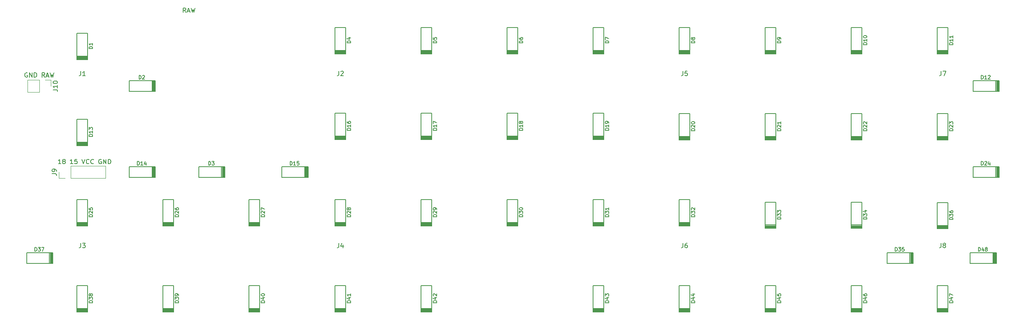
<source format=gto>
G04 #@! TF.GenerationSoftware,KiCad,Pcbnew,(5.0.0)*
G04 #@! TF.CreationDate,2018-11-10T23:00:33-06:00*
G04 #@! TF.ProjectId,Contra,436F6E7472612E6B696361645F706362,rev?*
G04 #@! TF.SameCoordinates,Original*
G04 #@! TF.FileFunction,Legend,Top*
G04 #@! TF.FilePolarity,Positive*
%FSLAX46Y46*%
G04 Gerber Fmt 4.6, Leading zero omitted, Abs format (unit mm)*
G04 Created by KiCad (PCBNEW (5.0.0)) date 11/10/18 23:00:33*
%MOMM*%
%LPD*%
G01*
G04 APERTURE LIST*
%ADD10C,0.150000*%
%ADD11C,0.120000*%
%ADD12C,0.200000*%
G04 APERTURE END LIST*
D10*
X70556571Y-31313380D02*
X70223238Y-30837190D01*
X69985142Y-31313380D02*
X69985142Y-30313380D01*
X70366095Y-30313380D01*
X70461333Y-30361000D01*
X70508952Y-30408619D01*
X70556571Y-30503857D01*
X70556571Y-30646714D01*
X70508952Y-30741952D01*
X70461333Y-30789571D01*
X70366095Y-30837190D01*
X69985142Y-30837190D01*
X70937523Y-31027666D02*
X71413714Y-31027666D01*
X70842285Y-31313380D02*
X71175619Y-30313380D01*
X71508952Y-31313380D01*
X71747047Y-30313380D02*
X71985142Y-31313380D01*
X72175619Y-30599095D01*
X72366095Y-31313380D01*
X72604190Y-30313380D01*
X35457190Y-44712000D02*
X35361952Y-44664380D01*
X35219095Y-44664380D01*
X35076238Y-44712000D01*
X34981000Y-44807238D01*
X34933380Y-44902476D01*
X34885761Y-45092952D01*
X34885761Y-45235809D01*
X34933380Y-45426285D01*
X34981000Y-45521523D01*
X35076238Y-45616761D01*
X35219095Y-45664380D01*
X35314333Y-45664380D01*
X35457190Y-45616761D01*
X35504809Y-45569142D01*
X35504809Y-45235809D01*
X35314333Y-45235809D01*
X35933380Y-45664380D02*
X35933380Y-44664380D01*
X36504809Y-45664380D01*
X36504809Y-44664380D01*
X36981000Y-45664380D02*
X36981000Y-44664380D01*
X37219095Y-44664380D01*
X37361952Y-44712000D01*
X37457190Y-44807238D01*
X37504809Y-44902476D01*
X37552428Y-45092952D01*
X37552428Y-45235809D01*
X37504809Y-45426285D01*
X37457190Y-45521523D01*
X37361952Y-45616761D01*
X37219095Y-45664380D01*
X36981000Y-45664380D01*
X39314333Y-45664380D02*
X38981000Y-45188190D01*
X38742904Y-45664380D02*
X38742904Y-44664380D01*
X39123857Y-44664380D01*
X39219095Y-44712000D01*
X39266714Y-44759619D01*
X39314333Y-44854857D01*
X39314333Y-44997714D01*
X39266714Y-45092952D01*
X39219095Y-45140571D01*
X39123857Y-45188190D01*
X38742904Y-45188190D01*
X39695285Y-45378666D02*
X40171476Y-45378666D01*
X39600047Y-45664380D02*
X39933380Y-44664380D01*
X40266714Y-45664380D01*
X40504809Y-44664380D02*
X40742904Y-45664380D01*
X40933380Y-44950095D01*
X41123857Y-45664380D01*
X41361952Y-44664380D01*
X42894904Y-64841380D02*
X42323476Y-64841380D01*
X42609190Y-64841380D02*
X42609190Y-63841380D01*
X42513952Y-63984238D01*
X42418714Y-64079476D01*
X42323476Y-64127095D01*
X43466333Y-64269952D02*
X43371095Y-64222333D01*
X43323476Y-64174714D01*
X43275857Y-64079476D01*
X43275857Y-64031857D01*
X43323476Y-63936619D01*
X43371095Y-63889000D01*
X43466333Y-63841380D01*
X43656809Y-63841380D01*
X43752047Y-63889000D01*
X43799666Y-63936619D01*
X43847285Y-64031857D01*
X43847285Y-64079476D01*
X43799666Y-64174714D01*
X43752047Y-64222333D01*
X43656809Y-64269952D01*
X43466333Y-64269952D01*
X43371095Y-64317571D01*
X43323476Y-64365190D01*
X43275857Y-64460428D01*
X43275857Y-64650904D01*
X43323476Y-64746142D01*
X43371095Y-64793761D01*
X43466333Y-64841380D01*
X43656809Y-64841380D01*
X43752047Y-64793761D01*
X43799666Y-64746142D01*
X43847285Y-64650904D01*
X43847285Y-64460428D01*
X43799666Y-64365190D01*
X43752047Y-64317571D01*
X43656809Y-64269952D01*
X45561571Y-64841380D02*
X44990142Y-64841380D01*
X45275857Y-64841380D02*
X45275857Y-63841380D01*
X45180619Y-63984238D01*
X45085380Y-64079476D01*
X44990142Y-64127095D01*
X46466333Y-63841380D02*
X45990142Y-63841380D01*
X45942523Y-64317571D01*
X45990142Y-64269952D01*
X46085380Y-64222333D01*
X46323476Y-64222333D01*
X46418714Y-64269952D01*
X46466333Y-64317571D01*
X46513952Y-64412809D01*
X46513952Y-64650904D01*
X46466333Y-64746142D01*
X46418714Y-64793761D01*
X46323476Y-64841380D01*
X46085380Y-64841380D01*
X45990142Y-64793761D01*
X45942523Y-64746142D01*
X47561571Y-63841380D02*
X47894904Y-64841380D01*
X48228238Y-63841380D01*
X49133000Y-64746142D02*
X49085380Y-64793761D01*
X48942523Y-64841380D01*
X48847285Y-64841380D01*
X48704428Y-64793761D01*
X48609190Y-64698523D01*
X48561571Y-64603285D01*
X48513952Y-64412809D01*
X48513952Y-64269952D01*
X48561571Y-64079476D01*
X48609190Y-63984238D01*
X48704428Y-63889000D01*
X48847285Y-63841380D01*
X48942523Y-63841380D01*
X49085380Y-63889000D01*
X49133000Y-63936619D01*
X50133000Y-64746142D02*
X50085380Y-64793761D01*
X49942523Y-64841380D01*
X49847285Y-64841380D01*
X49704428Y-64793761D01*
X49609190Y-64698523D01*
X49561571Y-64603285D01*
X49513952Y-64412809D01*
X49513952Y-64269952D01*
X49561571Y-64079476D01*
X49609190Y-63984238D01*
X49704428Y-63889000D01*
X49847285Y-63841380D01*
X49942523Y-63841380D01*
X50085380Y-63889000D01*
X50133000Y-63936619D01*
X51847285Y-63889000D02*
X51752047Y-63841380D01*
X51609190Y-63841380D01*
X51466333Y-63889000D01*
X51371095Y-63984238D01*
X51323476Y-64079476D01*
X51275857Y-64269952D01*
X51275857Y-64412809D01*
X51323476Y-64603285D01*
X51371095Y-64698523D01*
X51466333Y-64793761D01*
X51609190Y-64841380D01*
X51704428Y-64841380D01*
X51847285Y-64793761D01*
X51894904Y-64746142D01*
X51894904Y-64412809D01*
X51704428Y-64412809D01*
X52323476Y-64841380D02*
X52323476Y-63841380D01*
X52894904Y-64841380D01*
X52894904Y-63841380D01*
X53371095Y-64841380D02*
X53371095Y-63841380D01*
X53609190Y-63841380D01*
X53752047Y-63889000D01*
X53847285Y-63984238D01*
X53894904Y-64079476D01*
X53942523Y-64269952D01*
X53942523Y-64412809D01*
X53894904Y-64603285D01*
X53847285Y-64698523D01*
X53752047Y-64793761D01*
X53609190Y-64841380D01*
X53371095Y-64841380D01*
D11*
G04 #@! TO.C,J9*
X52765000Y-68005000D02*
X52765000Y-65345000D01*
X45085000Y-68005000D02*
X52765000Y-68005000D01*
X45085000Y-65345000D02*
X52765000Y-65345000D01*
X45085000Y-68005000D02*
X45085000Y-65345000D01*
X43815000Y-68005000D02*
X42485000Y-68005000D01*
X42485000Y-68005000D02*
X42485000Y-66675000D01*
D12*
G04 #@! TO.C,D1*
X48825000Y-35935000D02*
X48825000Y-41735000D01*
X46425000Y-35935000D02*
X48825000Y-35935000D01*
X46425000Y-41735000D02*
X46425000Y-35935000D01*
X46425000Y-41660000D02*
X48825000Y-41660000D01*
X46425000Y-41535000D02*
X48825000Y-41535000D01*
X48825000Y-41760000D02*
X46425000Y-41760000D01*
X46425000Y-41360000D02*
X48825000Y-41360000D01*
X46425000Y-41185000D02*
X48825000Y-41185000D01*
X46425000Y-41010000D02*
X48825000Y-41010000D01*
G04 #@! TO.C,D2*
X63076250Y-48825000D02*
X63076250Y-46425000D01*
X63251250Y-48825000D02*
X63251250Y-46425000D01*
X63426250Y-48825000D02*
X63426250Y-46425000D01*
X63826250Y-46425000D02*
X63826250Y-48825000D01*
X63601250Y-48825000D02*
X63601250Y-46425000D01*
X63726250Y-48825000D02*
X63726250Y-46425000D01*
X63801250Y-48825000D02*
X58001250Y-48825000D01*
X58001250Y-48825000D02*
X58001250Y-46425000D01*
X58001250Y-46425000D02*
X63801250Y-46425000D01*
G04 #@! TO.C,D3*
X73400000Y-65475000D02*
X79200000Y-65475000D01*
X73400000Y-67875000D02*
X73400000Y-65475000D01*
X79200000Y-67875000D02*
X73400000Y-67875000D01*
X79125000Y-67875000D02*
X79125000Y-65475000D01*
X79000000Y-67875000D02*
X79000000Y-65475000D01*
X79225000Y-65475000D02*
X79225000Y-67875000D01*
X78825000Y-67875000D02*
X78825000Y-65475000D01*
X78650000Y-67875000D02*
X78650000Y-65475000D01*
X78475000Y-67875000D02*
X78475000Y-65475000D01*
G04 #@! TO.C,D4*
X103575000Y-39740000D02*
X105975000Y-39740000D01*
X103575000Y-39915000D02*
X105975000Y-39915000D01*
X103575000Y-40090000D02*
X105975000Y-40090000D01*
X105975000Y-40490000D02*
X103575000Y-40490000D01*
X103575000Y-40265000D02*
X105975000Y-40265000D01*
X103575000Y-40390000D02*
X105975000Y-40390000D01*
X103575000Y-40465000D02*
X103575000Y-34665000D01*
X103575000Y-34665000D02*
X105975000Y-34665000D01*
X105975000Y-34665000D02*
X105975000Y-40465000D01*
G04 #@! TO.C,D5*
X125025000Y-34665000D02*
X125025000Y-40465000D01*
X122625000Y-34665000D02*
X125025000Y-34665000D01*
X122625000Y-40465000D02*
X122625000Y-34665000D01*
X122625000Y-40390000D02*
X125025000Y-40390000D01*
X122625000Y-40265000D02*
X125025000Y-40265000D01*
X125025000Y-40490000D02*
X122625000Y-40490000D01*
X122625000Y-40090000D02*
X125025000Y-40090000D01*
X122625000Y-39915000D02*
X125025000Y-39915000D01*
X122625000Y-39740000D02*
X125025000Y-39740000D01*
G04 #@! TO.C,D6*
X141675000Y-39740000D02*
X144075000Y-39740000D01*
X141675000Y-39915000D02*
X144075000Y-39915000D01*
X141675000Y-40090000D02*
X144075000Y-40090000D01*
X144075000Y-40490000D02*
X141675000Y-40490000D01*
X141675000Y-40265000D02*
X144075000Y-40265000D01*
X141675000Y-40390000D02*
X144075000Y-40390000D01*
X141675000Y-40465000D02*
X141675000Y-34665000D01*
X141675000Y-34665000D02*
X144075000Y-34665000D01*
X144075000Y-34665000D02*
X144075000Y-40465000D01*
G04 #@! TO.C,D7*
X163125000Y-34665000D02*
X163125000Y-40465000D01*
X160725000Y-34665000D02*
X163125000Y-34665000D01*
X160725000Y-40465000D02*
X160725000Y-34665000D01*
X160725000Y-40390000D02*
X163125000Y-40390000D01*
X160725000Y-40265000D02*
X163125000Y-40265000D01*
X163125000Y-40490000D02*
X160725000Y-40490000D01*
X160725000Y-40090000D02*
X163125000Y-40090000D01*
X160725000Y-39915000D02*
X163125000Y-39915000D01*
X160725000Y-39740000D02*
X163125000Y-39740000D01*
G04 #@! TO.C,D8*
X179775000Y-39740000D02*
X182175000Y-39740000D01*
X179775000Y-39915000D02*
X182175000Y-39915000D01*
X179775000Y-40090000D02*
X182175000Y-40090000D01*
X182175000Y-40490000D02*
X179775000Y-40490000D01*
X179775000Y-40265000D02*
X182175000Y-40265000D01*
X179775000Y-40390000D02*
X182175000Y-40390000D01*
X179775000Y-40465000D02*
X179775000Y-34665000D01*
X179775000Y-34665000D02*
X182175000Y-34665000D01*
X182175000Y-34665000D02*
X182175000Y-40465000D01*
G04 #@! TO.C,D9*
X201225000Y-34665000D02*
X201225000Y-40465000D01*
X198825000Y-34665000D02*
X201225000Y-34665000D01*
X198825000Y-40465000D02*
X198825000Y-34665000D01*
X198825000Y-40390000D02*
X201225000Y-40390000D01*
X198825000Y-40265000D02*
X201225000Y-40265000D01*
X201225000Y-40490000D02*
X198825000Y-40490000D01*
X198825000Y-40090000D02*
X201225000Y-40090000D01*
X198825000Y-39915000D02*
X201225000Y-39915000D01*
X198825000Y-39740000D02*
X201225000Y-39740000D01*
G04 #@! TO.C,D10*
X217875000Y-39740000D02*
X220275000Y-39740000D01*
X217875000Y-39915000D02*
X220275000Y-39915000D01*
X217875000Y-40090000D02*
X220275000Y-40090000D01*
X220275000Y-40490000D02*
X217875000Y-40490000D01*
X217875000Y-40265000D02*
X220275000Y-40265000D01*
X217875000Y-40390000D02*
X220275000Y-40390000D01*
X217875000Y-40465000D02*
X217875000Y-34665000D01*
X217875000Y-34665000D02*
X220275000Y-34665000D01*
X220275000Y-34665000D02*
X220275000Y-40465000D01*
G04 #@! TO.C,D11*
X239325000Y-34665000D02*
X239325000Y-40465000D01*
X236925000Y-34665000D02*
X239325000Y-34665000D01*
X236925000Y-40465000D02*
X236925000Y-34665000D01*
X236925000Y-40390000D02*
X239325000Y-40390000D01*
X236925000Y-40265000D02*
X239325000Y-40265000D01*
X239325000Y-40490000D02*
X236925000Y-40490000D01*
X236925000Y-40090000D02*
X239325000Y-40090000D01*
X236925000Y-39915000D02*
X239325000Y-39915000D01*
X236925000Y-39740000D02*
X239325000Y-39740000D01*
G04 #@! TO.C,D12*
X249925000Y-48825000D02*
X249925000Y-46425000D01*
X250100000Y-48825000D02*
X250100000Y-46425000D01*
X250275000Y-48825000D02*
X250275000Y-46425000D01*
X250675000Y-46425000D02*
X250675000Y-48825000D01*
X250450000Y-48825000D02*
X250450000Y-46425000D01*
X250575000Y-48825000D02*
X250575000Y-46425000D01*
X250650000Y-48825000D02*
X244850000Y-48825000D01*
X244850000Y-48825000D02*
X244850000Y-46425000D01*
X244850000Y-46425000D02*
X250650000Y-46425000D01*
G04 #@! TO.C,D13*
X48825000Y-54985000D02*
X48825000Y-60785000D01*
X46425000Y-54985000D02*
X48825000Y-54985000D01*
X46425000Y-60785000D02*
X46425000Y-54985000D01*
X46425000Y-60710000D02*
X48825000Y-60710000D01*
X46425000Y-60585000D02*
X48825000Y-60585000D01*
X48825000Y-60810000D02*
X46425000Y-60810000D01*
X46425000Y-60410000D02*
X48825000Y-60410000D01*
X46425000Y-60235000D02*
X48825000Y-60235000D01*
X46425000Y-60060000D02*
X48825000Y-60060000D01*
G04 #@! TO.C,D14*
X63076250Y-67875000D02*
X63076250Y-65475000D01*
X63251250Y-67875000D02*
X63251250Y-65475000D01*
X63426250Y-67875000D02*
X63426250Y-65475000D01*
X63826250Y-65475000D02*
X63826250Y-67875000D01*
X63601250Y-67875000D02*
X63601250Y-65475000D01*
X63726250Y-67875000D02*
X63726250Y-65475000D01*
X63801250Y-67875000D02*
X58001250Y-67875000D01*
X58001250Y-67875000D02*
X58001250Y-65475000D01*
X58001250Y-65475000D02*
X63801250Y-65475000D01*
G04 #@! TO.C,D15*
X96890000Y-67875000D02*
X96890000Y-65475000D01*
X97065000Y-67875000D02*
X97065000Y-65475000D01*
X97240000Y-67875000D02*
X97240000Y-65475000D01*
X97640000Y-65475000D02*
X97640000Y-67875000D01*
X97415000Y-67875000D02*
X97415000Y-65475000D01*
X97540000Y-67875000D02*
X97540000Y-65475000D01*
X97615000Y-67875000D02*
X91815000Y-67875000D01*
X91815000Y-67875000D02*
X91815000Y-65475000D01*
X91815000Y-65475000D02*
X97615000Y-65475000D01*
G04 #@! TO.C,D16*
X105975000Y-53625000D02*
X105975000Y-59425000D01*
X103575000Y-53625000D02*
X105975000Y-53625000D01*
X103575000Y-59425000D02*
X103575000Y-53625000D01*
X103575000Y-59350000D02*
X105975000Y-59350000D01*
X103575000Y-59225000D02*
X105975000Y-59225000D01*
X105975000Y-59450000D02*
X103575000Y-59450000D01*
X103575000Y-59050000D02*
X105975000Y-59050000D01*
X103575000Y-58875000D02*
X105975000Y-58875000D01*
X103575000Y-58700000D02*
X105975000Y-58700000D01*
G04 #@! TO.C,D17*
X125025000Y-53625000D02*
X125025000Y-59425000D01*
X122625000Y-53625000D02*
X125025000Y-53625000D01*
X122625000Y-59425000D02*
X122625000Y-53625000D01*
X122625000Y-59350000D02*
X125025000Y-59350000D01*
X122625000Y-59225000D02*
X125025000Y-59225000D01*
X125025000Y-59450000D02*
X122625000Y-59450000D01*
X122625000Y-59050000D02*
X125025000Y-59050000D01*
X122625000Y-58875000D02*
X125025000Y-58875000D01*
X122625000Y-58700000D02*
X125025000Y-58700000D01*
G04 #@! TO.C,D18*
X144075000Y-53625000D02*
X144075000Y-59425000D01*
X141675000Y-53625000D02*
X144075000Y-53625000D01*
X141675000Y-59425000D02*
X141675000Y-53625000D01*
X141675000Y-59350000D02*
X144075000Y-59350000D01*
X141675000Y-59225000D02*
X144075000Y-59225000D01*
X144075000Y-59450000D02*
X141675000Y-59450000D01*
X141675000Y-59050000D02*
X144075000Y-59050000D01*
X141675000Y-58875000D02*
X144075000Y-58875000D01*
X141675000Y-58700000D02*
X144075000Y-58700000D01*
G04 #@! TO.C,D19*
X163125000Y-53625000D02*
X163125000Y-59425000D01*
X160725000Y-53625000D02*
X163125000Y-53625000D01*
X160725000Y-59425000D02*
X160725000Y-53625000D01*
X160725000Y-59350000D02*
X163125000Y-59350000D01*
X160725000Y-59225000D02*
X163125000Y-59225000D01*
X163125000Y-59450000D02*
X160725000Y-59450000D01*
X160725000Y-59050000D02*
X163125000Y-59050000D01*
X160725000Y-58875000D02*
X163125000Y-58875000D01*
X160725000Y-58700000D02*
X163125000Y-58700000D01*
G04 #@! TO.C,D20*
X182175000Y-53715000D02*
X182175000Y-59515000D01*
X179775000Y-53715000D02*
X182175000Y-53715000D01*
X179775000Y-59515000D02*
X179775000Y-53715000D01*
X179775000Y-59440000D02*
X182175000Y-59440000D01*
X179775000Y-59315000D02*
X182175000Y-59315000D01*
X182175000Y-59540000D02*
X179775000Y-59540000D01*
X179775000Y-59140000D02*
X182175000Y-59140000D01*
X179775000Y-58965000D02*
X182175000Y-58965000D01*
X179775000Y-58790000D02*
X182175000Y-58790000D01*
G04 #@! TO.C,D21*
X201225000Y-53715000D02*
X201225000Y-59515000D01*
X198825000Y-53715000D02*
X201225000Y-53715000D01*
X198825000Y-59515000D02*
X198825000Y-53715000D01*
X198825000Y-59440000D02*
X201225000Y-59440000D01*
X198825000Y-59315000D02*
X201225000Y-59315000D01*
X201225000Y-59540000D02*
X198825000Y-59540000D01*
X198825000Y-59140000D02*
X201225000Y-59140000D01*
X198825000Y-58965000D02*
X201225000Y-58965000D01*
X198825000Y-58790000D02*
X201225000Y-58790000D01*
G04 #@! TO.C,D22*
X220275000Y-53715000D02*
X220275000Y-59515000D01*
X217875000Y-53715000D02*
X220275000Y-53715000D01*
X217875000Y-59515000D02*
X217875000Y-53715000D01*
X217875000Y-59440000D02*
X220275000Y-59440000D01*
X217875000Y-59315000D02*
X220275000Y-59315000D01*
X220275000Y-59540000D02*
X217875000Y-59540000D01*
X217875000Y-59140000D02*
X220275000Y-59140000D01*
X217875000Y-58965000D02*
X220275000Y-58965000D01*
X217875000Y-58790000D02*
X220275000Y-58790000D01*
G04 #@! TO.C,D23*
X239325000Y-53715000D02*
X239325000Y-59515000D01*
X236925000Y-53715000D02*
X239325000Y-53715000D01*
X236925000Y-59515000D02*
X236925000Y-53715000D01*
X236925000Y-59440000D02*
X239325000Y-59440000D01*
X236925000Y-59315000D02*
X239325000Y-59315000D01*
X239325000Y-59540000D02*
X236925000Y-59540000D01*
X236925000Y-59140000D02*
X239325000Y-59140000D01*
X236925000Y-58965000D02*
X239325000Y-58965000D01*
X236925000Y-58790000D02*
X239325000Y-58790000D01*
G04 #@! TO.C,D24*
X244850000Y-65475000D02*
X250650000Y-65475000D01*
X244850000Y-67875000D02*
X244850000Y-65475000D01*
X250650000Y-67875000D02*
X244850000Y-67875000D01*
X250575000Y-67875000D02*
X250575000Y-65475000D01*
X250450000Y-67875000D02*
X250450000Y-65475000D01*
X250675000Y-65475000D02*
X250675000Y-67875000D01*
X250275000Y-67875000D02*
X250275000Y-65475000D01*
X250100000Y-67875000D02*
X250100000Y-65475000D01*
X249925000Y-67875000D02*
X249925000Y-65475000D01*
G04 #@! TO.C,D25*
X48825000Y-72765000D02*
X48825000Y-78565000D01*
X46425000Y-72765000D02*
X48825000Y-72765000D01*
X46425000Y-78565000D02*
X46425000Y-72765000D01*
X46425000Y-78490000D02*
X48825000Y-78490000D01*
X46425000Y-78365000D02*
X48825000Y-78365000D01*
X48825000Y-78590000D02*
X46425000Y-78590000D01*
X46425000Y-78190000D02*
X48825000Y-78190000D01*
X46425000Y-78015000D02*
X48825000Y-78015000D01*
X46425000Y-77840000D02*
X48825000Y-77840000D01*
G04 #@! TO.C,D26*
X67875000Y-72765000D02*
X67875000Y-78565000D01*
X65475000Y-72765000D02*
X67875000Y-72765000D01*
X65475000Y-78565000D02*
X65475000Y-72765000D01*
X65475000Y-78490000D02*
X67875000Y-78490000D01*
X65475000Y-78365000D02*
X67875000Y-78365000D01*
X67875000Y-78590000D02*
X65475000Y-78590000D01*
X65475000Y-78190000D02*
X67875000Y-78190000D01*
X65475000Y-78015000D02*
X67875000Y-78015000D01*
X65475000Y-77840000D02*
X67875000Y-77840000D01*
G04 #@! TO.C,D27*
X86925000Y-72765000D02*
X86925000Y-78565000D01*
X84525000Y-72765000D02*
X86925000Y-72765000D01*
X84525000Y-78565000D02*
X84525000Y-72765000D01*
X84525000Y-78490000D02*
X86925000Y-78490000D01*
X84525000Y-78365000D02*
X86925000Y-78365000D01*
X86925000Y-78590000D02*
X84525000Y-78590000D01*
X84525000Y-78190000D02*
X86925000Y-78190000D01*
X84525000Y-78015000D02*
X86925000Y-78015000D01*
X84525000Y-77840000D02*
X86925000Y-77840000D01*
G04 #@! TO.C,D28*
X105975000Y-72765000D02*
X105975000Y-78565000D01*
X103575000Y-72765000D02*
X105975000Y-72765000D01*
X103575000Y-78565000D02*
X103575000Y-72765000D01*
X103575000Y-78490000D02*
X105975000Y-78490000D01*
X103575000Y-78365000D02*
X105975000Y-78365000D01*
X105975000Y-78590000D02*
X103575000Y-78590000D01*
X103575000Y-78190000D02*
X105975000Y-78190000D01*
X103575000Y-78015000D02*
X105975000Y-78015000D01*
X103575000Y-77840000D02*
X105975000Y-77840000D01*
G04 #@! TO.C,D29*
X125025000Y-72765000D02*
X125025000Y-78565000D01*
X122625000Y-72765000D02*
X125025000Y-72765000D01*
X122625000Y-78565000D02*
X122625000Y-72765000D01*
X122625000Y-78490000D02*
X125025000Y-78490000D01*
X122625000Y-78365000D02*
X125025000Y-78365000D01*
X125025000Y-78590000D02*
X122625000Y-78590000D01*
X122625000Y-78190000D02*
X125025000Y-78190000D01*
X122625000Y-78015000D02*
X125025000Y-78015000D01*
X122625000Y-77840000D02*
X125025000Y-77840000D01*
G04 #@! TO.C,D30*
X141675000Y-77840000D02*
X144075000Y-77840000D01*
X141675000Y-78015000D02*
X144075000Y-78015000D01*
X141675000Y-78190000D02*
X144075000Y-78190000D01*
X144075000Y-78590000D02*
X141675000Y-78590000D01*
X141675000Y-78365000D02*
X144075000Y-78365000D01*
X141675000Y-78490000D02*
X144075000Y-78490000D01*
X141675000Y-78565000D02*
X141675000Y-72765000D01*
X141675000Y-72765000D02*
X144075000Y-72765000D01*
X144075000Y-72765000D02*
X144075000Y-78565000D01*
G04 #@! TO.C,D31*
X160725000Y-77840000D02*
X163125000Y-77840000D01*
X160725000Y-78015000D02*
X163125000Y-78015000D01*
X160725000Y-78190000D02*
X163125000Y-78190000D01*
X163125000Y-78590000D02*
X160725000Y-78590000D01*
X160725000Y-78365000D02*
X163125000Y-78365000D01*
X160725000Y-78490000D02*
X163125000Y-78490000D01*
X160725000Y-78565000D02*
X160725000Y-72765000D01*
X160725000Y-72765000D02*
X163125000Y-72765000D01*
X163125000Y-72765000D02*
X163125000Y-78565000D01*
G04 #@! TO.C,D32*
X179775000Y-77840000D02*
X182175000Y-77840000D01*
X179775000Y-78015000D02*
X182175000Y-78015000D01*
X179775000Y-78190000D02*
X182175000Y-78190000D01*
X182175000Y-78590000D02*
X179775000Y-78590000D01*
X179775000Y-78365000D02*
X182175000Y-78365000D01*
X179775000Y-78490000D02*
X182175000Y-78490000D01*
X179775000Y-78565000D02*
X179775000Y-72765000D01*
X179775000Y-72765000D02*
X182175000Y-72765000D01*
X182175000Y-72765000D02*
X182175000Y-78565000D01*
G04 #@! TO.C,D33*
X198825000Y-78385000D02*
X201225000Y-78385000D01*
X198825000Y-78560000D02*
X201225000Y-78560000D01*
X198825000Y-78735000D02*
X201225000Y-78735000D01*
X201225000Y-79135000D02*
X198825000Y-79135000D01*
X198825000Y-78910000D02*
X201225000Y-78910000D01*
X198825000Y-79035000D02*
X201225000Y-79035000D01*
X198825000Y-79110000D02*
X198825000Y-73310000D01*
X198825000Y-73310000D02*
X201225000Y-73310000D01*
X201225000Y-73310000D02*
X201225000Y-79110000D01*
G04 #@! TO.C,D34*
X217875000Y-78385000D02*
X220275000Y-78385000D01*
X217875000Y-78560000D02*
X220275000Y-78560000D01*
X217875000Y-78735000D02*
X220275000Y-78735000D01*
X220275000Y-79135000D02*
X217875000Y-79135000D01*
X217875000Y-78910000D02*
X220275000Y-78910000D01*
X217875000Y-79035000D02*
X220275000Y-79035000D01*
X217875000Y-79110000D02*
X217875000Y-73310000D01*
X217875000Y-73310000D02*
X220275000Y-73310000D01*
X220275000Y-73310000D02*
X220275000Y-79110000D01*
G04 #@! TO.C,D35*
X230875000Y-86925000D02*
X230875000Y-84525000D01*
X231050000Y-86925000D02*
X231050000Y-84525000D01*
X231225000Y-86925000D02*
X231225000Y-84525000D01*
X231625000Y-84525000D02*
X231625000Y-86925000D01*
X231400000Y-86925000D02*
X231400000Y-84525000D01*
X231525000Y-86925000D02*
X231525000Y-84525000D01*
X231600000Y-86925000D02*
X225800000Y-86925000D01*
X225800000Y-86925000D02*
X225800000Y-84525000D01*
X225800000Y-84525000D02*
X231600000Y-84525000D01*
G04 #@! TO.C,D36*
X236925000Y-78475000D02*
X239325000Y-78475000D01*
X236925000Y-78650000D02*
X239325000Y-78650000D01*
X236925000Y-78825000D02*
X239325000Y-78825000D01*
X239325000Y-79225000D02*
X236925000Y-79225000D01*
X236925000Y-79000000D02*
X239325000Y-79000000D01*
X236925000Y-79125000D02*
X239325000Y-79125000D01*
X236925000Y-79200000D02*
X236925000Y-73400000D01*
X236925000Y-73400000D02*
X239325000Y-73400000D01*
X239325000Y-73400000D02*
X239325000Y-79200000D01*
G04 #@! TO.C,D37*
X40375000Y-86925000D02*
X40375000Y-84525000D01*
X40550000Y-86925000D02*
X40550000Y-84525000D01*
X40725000Y-86925000D02*
X40725000Y-84525000D01*
X41125000Y-84525000D02*
X41125000Y-86925000D01*
X40900000Y-86925000D02*
X40900000Y-84525000D01*
X41025000Y-86925000D02*
X41025000Y-84525000D01*
X41100000Y-86925000D02*
X35300000Y-86925000D01*
X35300000Y-86925000D02*
X35300000Y-84525000D01*
X35300000Y-84525000D02*
X41100000Y-84525000D01*
G04 #@! TO.C,D38*
X46425000Y-96890000D02*
X48825000Y-96890000D01*
X46425000Y-97065000D02*
X48825000Y-97065000D01*
X46425000Y-97240000D02*
X48825000Y-97240000D01*
X48825000Y-97640000D02*
X46425000Y-97640000D01*
X46425000Y-97415000D02*
X48825000Y-97415000D01*
X46425000Y-97540000D02*
X48825000Y-97540000D01*
X46425000Y-97615000D02*
X46425000Y-91815000D01*
X46425000Y-91815000D02*
X48825000Y-91815000D01*
X48825000Y-91815000D02*
X48825000Y-97615000D01*
G04 #@! TO.C,D39*
X65475000Y-96890000D02*
X67875000Y-96890000D01*
X65475000Y-97065000D02*
X67875000Y-97065000D01*
X65475000Y-97240000D02*
X67875000Y-97240000D01*
X67875000Y-97640000D02*
X65475000Y-97640000D01*
X65475000Y-97415000D02*
X67875000Y-97415000D01*
X65475000Y-97540000D02*
X67875000Y-97540000D01*
X65475000Y-97615000D02*
X65475000Y-91815000D01*
X65475000Y-91815000D02*
X67875000Y-91815000D01*
X67875000Y-91815000D02*
X67875000Y-97615000D01*
G04 #@! TO.C,D40*
X84525000Y-96890000D02*
X86925000Y-96890000D01*
X84525000Y-97065000D02*
X86925000Y-97065000D01*
X84525000Y-97240000D02*
X86925000Y-97240000D01*
X86925000Y-97640000D02*
X84525000Y-97640000D01*
X84525000Y-97415000D02*
X86925000Y-97415000D01*
X84525000Y-97540000D02*
X86925000Y-97540000D01*
X84525000Y-97615000D02*
X84525000Y-91815000D01*
X84525000Y-91815000D02*
X86925000Y-91815000D01*
X86925000Y-91815000D02*
X86925000Y-97615000D01*
G04 #@! TO.C,D41*
X103575000Y-96890000D02*
X105975000Y-96890000D01*
X103575000Y-97065000D02*
X105975000Y-97065000D01*
X103575000Y-97240000D02*
X105975000Y-97240000D01*
X105975000Y-97640000D02*
X103575000Y-97640000D01*
X103575000Y-97415000D02*
X105975000Y-97415000D01*
X103575000Y-97540000D02*
X105975000Y-97540000D01*
X103575000Y-97615000D02*
X103575000Y-91815000D01*
X103575000Y-91815000D02*
X105975000Y-91815000D01*
X105975000Y-91815000D02*
X105975000Y-97615000D01*
G04 #@! TO.C,D42*
X122625000Y-96890000D02*
X125025000Y-96890000D01*
X122625000Y-97065000D02*
X125025000Y-97065000D01*
X122625000Y-97240000D02*
X125025000Y-97240000D01*
X125025000Y-97640000D02*
X122625000Y-97640000D01*
X122625000Y-97415000D02*
X125025000Y-97415000D01*
X122625000Y-97540000D02*
X125025000Y-97540000D01*
X122625000Y-97615000D02*
X122625000Y-91815000D01*
X122625000Y-91815000D02*
X125025000Y-91815000D01*
X125025000Y-91815000D02*
X125025000Y-97615000D01*
G04 #@! TO.C,D43*
X160725000Y-96890000D02*
X163125000Y-96890000D01*
X160725000Y-97065000D02*
X163125000Y-97065000D01*
X160725000Y-97240000D02*
X163125000Y-97240000D01*
X163125000Y-97640000D02*
X160725000Y-97640000D01*
X160725000Y-97415000D02*
X163125000Y-97415000D01*
X160725000Y-97540000D02*
X163125000Y-97540000D01*
X160725000Y-97615000D02*
X160725000Y-91815000D01*
X160725000Y-91815000D02*
X163125000Y-91815000D01*
X163125000Y-91815000D02*
X163125000Y-97615000D01*
G04 #@! TO.C,D44*
X182175000Y-91815000D02*
X182175000Y-97615000D01*
X179775000Y-91815000D02*
X182175000Y-91815000D01*
X179775000Y-97615000D02*
X179775000Y-91815000D01*
X179775000Y-97540000D02*
X182175000Y-97540000D01*
X179775000Y-97415000D02*
X182175000Y-97415000D01*
X182175000Y-97640000D02*
X179775000Y-97640000D01*
X179775000Y-97240000D02*
X182175000Y-97240000D01*
X179775000Y-97065000D02*
X182175000Y-97065000D01*
X179775000Y-96890000D02*
X182175000Y-96890000D01*
G04 #@! TO.C,D45*
X198825000Y-96890000D02*
X201225000Y-96890000D01*
X198825000Y-97065000D02*
X201225000Y-97065000D01*
X198825000Y-97240000D02*
X201225000Y-97240000D01*
X201225000Y-97640000D02*
X198825000Y-97640000D01*
X198825000Y-97415000D02*
X201225000Y-97415000D01*
X198825000Y-97540000D02*
X201225000Y-97540000D01*
X198825000Y-97615000D02*
X198825000Y-91815000D01*
X198825000Y-91815000D02*
X201225000Y-91815000D01*
X201225000Y-91815000D02*
X201225000Y-97615000D01*
G04 #@! TO.C,D46*
X220275000Y-91815000D02*
X220275000Y-97615000D01*
X217875000Y-91815000D02*
X220275000Y-91815000D01*
X217875000Y-97615000D02*
X217875000Y-91815000D01*
X217875000Y-97540000D02*
X220275000Y-97540000D01*
X217875000Y-97415000D02*
X220275000Y-97415000D01*
X220275000Y-97640000D02*
X217875000Y-97640000D01*
X217875000Y-97240000D02*
X220275000Y-97240000D01*
X217875000Y-97065000D02*
X220275000Y-97065000D01*
X217875000Y-96890000D02*
X220275000Y-96890000D01*
G04 #@! TO.C,D47*
X239325000Y-91815000D02*
X239325000Y-97615000D01*
X236925000Y-91815000D02*
X239325000Y-91815000D01*
X236925000Y-97615000D02*
X236925000Y-91815000D01*
X236925000Y-97540000D02*
X239325000Y-97540000D01*
X236925000Y-97415000D02*
X239325000Y-97415000D01*
X239325000Y-97640000D02*
X236925000Y-97640000D01*
X236925000Y-97240000D02*
X239325000Y-97240000D01*
X236925000Y-97065000D02*
X239325000Y-97065000D01*
X236925000Y-96890000D02*
X239325000Y-96890000D01*
G04 #@! TO.C,D48*
X249290000Y-86925000D02*
X249290000Y-84525000D01*
X249465000Y-86925000D02*
X249465000Y-84525000D01*
X249640000Y-86925000D02*
X249640000Y-84525000D01*
X250040000Y-84525000D02*
X250040000Y-86925000D01*
X249815000Y-86925000D02*
X249815000Y-84525000D01*
X249940000Y-86925000D02*
X249940000Y-84525000D01*
X250015000Y-86925000D02*
X244215000Y-86925000D01*
X244215000Y-86925000D02*
X244215000Y-84525000D01*
X244215000Y-84525000D02*
X250015000Y-84525000D01*
D11*
G04 #@! TO.C,J10*
X35500000Y-46295000D02*
X35500000Y-48955000D01*
X38100000Y-46295000D02*
X35500000Y-46295000D01*
X38100000Y-48955000D02*
X35500000Y-48955000D01*
X38100000Y-46295000D02*
X38100000Y-48955000D01*
X39370000Y-46295000D02*
X40700000Y-46295000D01*
X40700000Y-46295000D02*
X40700000Y-47625000D01*
G04 #@! TO.C,J1*
D10*
X47291666Y-44327380D02*
X47291666Y-45041666D01*
X47244047Y-45184523D01*
X47148809Y-45279761D01*
X47005952Y-45327380D01*
X46910714Y-45327380D01*
X48291666Y-45327380D02*
X47720238Y-45327380D01*
X48005952Y-45327380D02*
X48005952Y-44327380D01*
X47910714Y-44470238D01*
X47815476Y-44565476D01*
X47720238Y-44613095D01*
G04 #@! TO.C,J2*
X104441666Y-44327380D02*
X104441666Y-45041666D01*
X104394047Y-45184523D01*
X104298809Y-45279761D01*
X104155952Y-45327380D01*
X104060714Y-45327380D01*
X104870238Y-44422619D02*
X104917857Y-44375000D01*
X105013095Y-44327380D01*
X105251190Y-44327380D01*
X105346428Y-44375000D01*
X105394047Y-44422619D01*
X105441666Y-44517857D01*
X105441666Y-44613095D01*
X105394047Y-44755952D01*
X104822619Y-45327380D01*
X105441666Y-45327380D01*
G04 #@! TO.C,J3*
X47291666Y-82427380D02*
X47291666Y-83141666D01*
X47244047Y-83284523D01*
X47148809Y-83379761D01*
X47005952Y-83427380D01*
X46910714Y-83427380D01*
X47672619Y-82427380D02*
X48291666Y-82427380D01*
X47958333Y-82808333D01*
X48101190Y-82808333D01*
X48196428Y-82855952D01*
X48244047Y-82903571D01*
X48291666Y-82998809D01*
X48291666Y-83236904D01*
X48244047Y-83332142D01*
X48196428Y-83379761D01*
X48101190Y-83427380D01*
X47815476Y-83427380D01*
X47720238Y-83379761D01*
X47672619Y-83332142D01*
G04 #@! TO.C,J4*
X104441666Y-82427380D02*
X104441666Y-83141666D01*
X104394047Y-83284523D01*
X104298809Y-83379761D01*
X104155952Y-83427380D01*
X104060714Y-83427380D01*
X105346428Y-82760714D02*
X105346428Y-83427380D01*
X105108333Y-82379761D02*
X104870238Y-83094047D01*
X105489285Y-83094047D01*
G04 #@! TO.C,J5*
X180641666Y-44327380D02*
X180641666Y-45041666D01*
X180594047Y-45184523D01*
X180498809Y-45279761D01*
X180355952Y-45327380D01*
X180260714Y-45327380D01*
X181594047Y-44327380D02*
X181117857Y-44327380D01*
X181070238Y-44803571D01*
X181117857Y-44755952D01*
X181213095Y-44708333D01*
X181451190Y-44708333D01*
X181546428Y-44755952D01*
X181594047Y-44803571D01*
X181641666Y-44898809D01*
X181641666Y-45136904D01*
X181594047Y-45232142D01*
X181546428Y-45279761D01*
X181451190Y-45327380D01*
X181213095Y-45327380D01*
X181117857Y-45279761D01*
X181070238Y-45232142D01*
G04 #@! TO.C,J6*
X180641666Y-82427380D02*
X180641666Y-83141666D01*
X180594047Y-83284523D01*
X180498809Y-83379761D01*
X180355952Y-83427380D01*
X180260714Y-83427380D01*
X181546428Y-82427380D02*
X181355952Y-82427380D01*
X181260714Y-82475000D01*
X181213095Y-82522619D01*
X181117857Y-82665476D01*
X181070238Y-82855952D01*
X181070238Y-83236904D01*
X181117857Y-83332142D01*
X181165476Y-83379761D01*
X181260714Y-83427380D01*
X181451190Y-83427380D01*
X181546428Y-83379761D01*
X181594047Y-83332142D01*
X181641666Y-83236904D01*
X181641666Y-82998809D01*
X181594047Y-82903571D01*
X181546428Y-82855952D01*
X181451190Y-82808333D01*
X181260714Y-82808333D01*
X181165476Y-82855952D01*
X181117857Y-82903571D01*
X181070238Y-82998809D01*
G04 #@! TO.C,J7*
X237791666Y-44327380D02*
X237791666Y-45041666D01*
X237744047Y-45184523D01*
X237648809Y-45279761D01*
X237505952Y-45327380D01*
X237410714Y-45327380D01*
X238172619Y-44327380D02*
X238839285Y-44327380D01*
X238410714Y-45327380D01*
G04 #@! TO.C,J8*
X237791666Y-82427380D02*
X237791666Y-83141666D01*
X237744047Y-83284523D01*
X237648809Y-83379761D01*
X237505952Y-83427380D01*
X237410714Y-83427380D01*
X238410714Y-82855952D02*
X238315476Y-82808333D01*
X238267857Y-82760714D01*
X238220238Y-82665476D01*
X238220238Y-82617857D01*
X238267857Y-82522619D01*
X238315476Y-82475000D01*
X238410714Y-82427380D01*
X238601190Y-82427380D01*
X238696428Y-82475000D01*
X238744047Y-82522619D01*
X238791666Y-82617857D01*
X238791666Y-82665476D01*
X238744047Y-82760714D01*
X238696428Y-82808333D01*
X238601190Y-82855952D01*
X238410714Y-82855952D01*
X238315476Y-82903571D01*
X238267857Y-82951190D01*
X238220238Y-83046428D01*
X238220238Y-83236904D01*
X238267857Y-83332142D01*
X238315476Y-83379761D01*
X238410714Y-83427380D01*
X238601190Y-83427380D01*
X238696428Y-83379761D01*
X238744047Y-83332142D01*
X238791666Y-83236904D01*
X238791666Y-83046428D01*
X238744047Y-82951190D01*
X238696428Y-82903571D01*
X238601190Y-82855952D01*
G04 #@! TO.C,J9*
X40937380Y-67008333D02*
X41651666Y-67008333D01*
X41794523Y-67055952D01*
X41889761Y-67151190D01*
X41937380Y-67294047D01*
X41937380Y-67389285D01*
X41937380Y-66484523D02*
X41937380Y-66294047D01*
X41889761Y-66198809D01*
X41842142Y-66151190D01*
X41699285Y-66055952D01*
X41508809Y-66008333D01*
X41127857Y-66008333D01*
X41032619Y-66055952D01*
X40985000Y-66103571D01*
X40937380Y-66198809D01*
X40937380Y-66389285D01*
X40985000Y-66484523D01*
X41032619Y-66532142D01*
X41127857Y-66579761D01*
X41365952Y-66579761D01*
X41461190Y-66532142D01*
X41508809Y-66484523D01*
X41556428Y-66389285D01*
X41556428Y-66198809D01*
X41508809Y-66103571D01*
X41461190Y-66055952D01*
X41365952Y-66008333D01*
G04 #@! TO.C,D1*
X49911904Y-39325476D02*
X49111904Y-39325476D01*
X49111904Y-39135000D01*
X49150000Y-39020714D01*
X49226190Y-38944523D01*
X49302380Y-38906428D01*
X49454761Y-38868333D01*
X49569047Y-38868333D01*
X49721428Y-38906428D01*
X49797619Y-38944523D01*
X49873809Y-39020714D01*
X49911904Y-39135000D01*
X49911904Y-39325476D01*
X49911904Y-38106428D02*
X49911904Y-38563571D01*
X49911904Y-38335000D02*
X49111904Y-38335000D01*
X49226190Y-38411190D01*
X49302380Y-38487380D01*
X49340476Y-38563571D01*
G04 #@! TO.C,D2*
X60210773Y-46061904D02*
X60210773Y-45261904D01*
X60401250Y-45261904D01*
X60515535Y-45300000D01*
X60591726Y-45376190D01*
X60629821Y-45452380D01*
X60667916Y-45604761D01*
X60667916Y-45719047D01*
X60629821Y-45871428D01*
X60591726Y-45947619D01*
X60515535Y-46023809D01*
X60401250Y-46061904D01*
X60210773Y-46061904D01*
X60972678Y-45338095D02*
X61010773Y-45300000D01*
X61086964Y-45261904D01*
X61277440Y-45261904D01*
X61353630Y-45300000D01*
X61391726Y-45338095D01*
X61429821Y-45414285D01*
X61429821Y-45490476D01*
X61391726Y-45604761D01*
X60934583Y-46061904D01*
X61429821Y-46061904D01*
G04 #@! TO.C,D3*
X75609523Y-65111904D02*
X75609523Y-64311904D01*
X75800000Y-64311904D01*
X75914285Y-64350000D01*
X75990476Y-64426190D01*
X76028571Y-64502380D01*
X76066666Y-64654761D01*
X76066666Y-64769047D01*
X76028571Y-64921428D01*
X75990476Y-64997619D01*
X75914285Y-65073809D01*
X75800000Y-65111904D01*
X75609523Y-65111904D01*
X76333333Y-64311904D02*
X76828571Y-64311904D01*
X76561904Y-64616666D01*
X76676190Y-64616666D01*
X76752380Y-64654761D01*
X76790476Y-64692857D01*
X76828571Y-64769047D01*
X76828571Y-64959523D01*
X76790476Y-65035714D01*
X76752380Y-65073809D01*
X76676190Y-65111904D01*
X76447619Y-65111904D01*
X76371428Y-65073809D01*
X76333333Y-65035714D01*
G04 #@! TO.C,D4*
X107061904Y-38055476D02*
X106261904Y-38055476D01*
X106261904Y-37865000D01*
X106300000Y-37750714D01*
X106376190Y-37674523D01*
X106452380Y-37636428D01*
X106604761Y-37598333D01*
X106719047Y-37598333D01*
X106871428Y-37636428D01*
X106947619Y-37674523D01*
X107023809Y-37750714D01*
X107061904Y-37865000D01*
X107061904Y-38055476D01*
X106528571Y-36912619D02*
X107061904Y-36912619D01*
X106223809Y-37103095D02*
X106795238Y-37293571D01*
X106795238Y-36798333D01*
G04 #@! TO.C,D5*
X126111904Y-38055476D02*
X125311904Y-38055476D01*
X125311904Y-37865000D01*
X125350000Y-37750714D01*
X125426190Y-37674523D01*
X125502380Y-37636428D01*
X125654761Y-37598333D01*
X125769047Y-37598333D01*
X125921428Y-37636428D01*
X125997619Y-37674523D01*
X126073809Y-37750714D01*
X126111904Y-37865000D01*
X126111904Y-38055476D01*
X125311904Y-36874523D02*
X125311904Y-37255476D01*
X125692857Y-37293571D01*
X125654761Y-37255476D01*
X125616666Y-37179285D01*
X125616666Y-36988809D01*
X125654761Y-36912619D01*
X125692857Y-36874523D01*
X125769047Y-36836428D01*
X125959523Y-36836428D01*
X126035714Y-36874523D01*
X126073809Y-36912619D01*
X126111904Y-36988809D01*
X126111904Y-37179285D01*
X126073809Y-37255476D01*
X126035714Y-37293571D01*
G04 #@! TO.C,D6*
X145161904Y-38055476D02*
X144361904Y-38055476D01*
X144361904Y-37865000D01*
X144400000Y-37750714D01*
X144476190Y-37674523D01*
X144552380Y-37636428D01*
X144704761Y-37598333D01*
X144819047Y-37598333D01*
X144971428Y-37636428D01*
X145047619Y-37674523D01*
X145123809Y-37750714D01*
X145161904Y-37865000D01*
X145161904Y-38055476D01*
X144361904Y-36912619D02*
X144361904Y-37065000D01*
X144400000Y-37141190D01*
X144438095Y-37179285D01*
X144552380Y-37255476D01*
X144704761Y-37293571D01*
X145009523Y-37293571D01*
X145085714Y-37255476D01*
X145123809Y-37217380D01*
X145161904Y-37141190D01*
X145161904Y-36988809D01*
X145123809Y-36912619D01*
X145085714Y-36874523D01*
X145009523Y-36836428D01*
X144819047Y-36836428D01*
X144742857Y-36874523D01*
X144704761Y-36912619D01*
X144666666Y-36988809D01*
X144666666Y-37141190D01*
X144704761Y-37217380D01*
X144742857Y-37255476D01*
X144819047Y-37293571D01*
G04 #@! TO.C,D7*
X164211904Y-38055476D02*
X163411904Y-38055476D01*
X163411904Y-37865000D01*
X163450000Y-37750714D01*
X163526190Y-37674523D01*
X163602380Y-37636428D01*
X163754761Y-37598333D01*
X163869047Y-37598333D01*
X164021428Y-37636428D01*
X164097619Y-37674523D01*
X164173809Y-37750714D01*
X164211904Y-37865000D01*
X164211904Y-38055476D01*
X163411904Y-37331666D02*
X163411904Y-36798333D01*
X164211904Y-37141190D01*
G04 #@! TO.C,D8*
X183261904Y-38055476D02*
X182461904Y-38055476D01*
X182461904Y-37865000D01*
X182500000Y-37750714D01*
X182576190Y-37674523D01*
X182652380Y-37636428D01*
X182804761Y-37598333D01*
X182919047Y-37598333D01*
X183071428Y-37636428D01*
X183147619Y-37674523D01*
X183223809Y-37750714D01*
X183261904Y-37865000D01*
X183261904Y-38055476D01*
X182804761Y-37141190D02*
X182766666Y-37217380D01*
X182728571Y-37255476D01*
X182652380Y-37293571D01*
X182614285Y-37293571D01*
X182538095Y-37255476D01*
X182500000Y-37217380D01*
X182461904Y-37141190D01*
X182461904Y-36988809D01*
X182500000Y-36912619D01*
X182538095Y-36874523D01*
X182614285Y-36836428D01*
X182652380Y-36836428D01*
X182728571Y-36874523D01*
X182766666Y-36912619D01*
X182804761Y-36988809D01*
X182804761Y-37141190D01*
X182842857Y-37217380D01*
X182880952Y-37255476D01*
X182957142Y-37293571D01*
X183109523Y-37293571D01*
X183185714Y-37255476D01*
X183223809Y-37217380D01*
X183261904Y-37141190D01*
X183261904Y-36988809D01*
X183223809Y-36912619D01*
X183185714Y-36874523D01*
X183109523Y-36836428D01*
X182957142Y-36836428D01*
X182880952Y-36874523D01*
X182842857Y-36912619D01*
X182804761Y-36988809D01*
G04 #@! TO.C,D9*
X202311904Y-38055476D02*
X201511904Y-38055476D01*
X201511904Y-37865000D01*
X201550000Y-37750714D01*
X201626190Y-37674523D01*
X201702380Y-37636428D01*
X201854761Y-37598333D01*
X201969047Y-37598333D01*
X202121428Y-37636428D01*
X202197619Y-37674523D01*
X202273809Y-37750714D01*
X202311904Y-37865000D01*
X202311904Y-38055476D01*
X202311904Y-37217380D02*
X202311904Y-37065000D01*
X202273809Y-36988809D01*
X202235714Y-36950714D01*
X202121428Y-36874523D01*
X201969047Y-36836428D01*
X201664285Y-36836428D01*
X201588095Y-36874523D01*
X201550000Y-36912619D01*
X201511904Y-36988809D01*
X201511904Y-37141190D01*
X201550000Y-37217380D01*
X201588095Y-37255476D01*
X201664285Y-37293571D01*
X201854761Y-37293571D01*
X201930952Y-37255476D01*
X201969047Y-37217380D01*
X202007142Y-37141190D01*
X202007142Y-36988809D01*
X201969047Y-36912619D01*
X201930952Y-36874523D01*
X201854761Y-36836428D01*
G04 #@! TO.C,D10*
X221361904Y-38436428D02*
X220561904Y-38436428D01*
X220561904Y-38245952D01*
X220600000Y-38131666D01*
X220676190Y-38055476D01*
X220752380Y-38017380D01*
X220904761Y-37979285D01*
X221019047Y-37979285D01*
X221171428Y-38017380D01*
X221247619Y-38055476D01*
X221323809Y-38131666D01*
X221361904Y-38245952D01*
X221361904Y-38436428D01*
X221361904Y-37217380D02*
X221361904Y-37674523D01*
X221361904Y-37445952D02*
X220561904Y-37445952D01*
X220676190Y-37522142D01*
X220752380Y-37598333D01*
X220790476Y-37674523D01*
X220561904Y-36722142D02*
X220561904Y-36645952D01*
X220600000Y-36569761D01*
X220638095Y-36531666D01*
X220714285Y-36493571D01*
X220866666Y-36455476D01*
X221057142Y-36455476D01*
X221209523Y-36493571D01*
X221285714Y-36531666D01*
X221323809Y-36569761D01*
X221361904Y-36645952D01*
X221361904Y-36722142D01*
X221323809Y-36798333D01*
X221285714Y-36836428D01*
X221209523Y-36874523D01*
X221057142Y-36912619D01*
X220866666Y-36912619D01*
X220714285Y-36874523D01*
X220638095Y-36836428D01*
X220600000Y-36798333D01*
X220561904Y-36722142D01*
G04 #@! TO.C,D11*
X240411904Y-38436428D02*
X239611904Y-38436428D01*
X239611904Y-38245952D01*
X239650000Y-38131666D01*
X239726190Y-38055476D01*
X239802380Y-38017380D01*
X239954761Y-37979285D01*
X240069047Y-37979285D01*
X240221428Y-38017380D01*
X240297619Y-38055476D01*
X240373809Y-38131666D01*
X240411904Y-38245952D01*
X240411904Y-38436428D01*
X240411904Y-37217380D02*
X240411904Y-37674523D01*
X240411904Y-37445952D02*
X239611904Y-37445952D01*
X239726190Y-37522142D01*
X239802380Y-37598333D01*
X239840476Y-37674523D01*
X240411904Y-36455476D02*
X240411904Y-36912619D01*
X240411904Y-36684047D02*
X239611904Y-36684047D01*
X239726190Y-36760238D01*
X239802380Y-36836428D01*
X239840476Y-36912619D01*
G04 #@! TO.C,D12*
X246678571Y-46061904D02*
X246678571Y-45261904D01*
X246869047Y-45261904D01*
X246983333Y-45300000D01*
X247059523Y-45376190D01*
X247097619Y-45452380D01*
X247135714Y-45604761D01*
X247135714Y-45719047D01*
X247097619Y-45871428D01*
X247059523Y-45947619D01*
X246983333Y-46023809D01*
X246869047Y-46061904D01*
X246678571Y-46061904D01*
X247897619Y-46061904D02*
X247440476Y-46061904D01*
X247669047Y-46061904D02*
X247669047Y-45261904D01*
X247592857Y-45376190D01*
X247516666Y-45452380D01*
X247440476Y-45490476D01*
X248202380Y-45338095D02*
X248240476Y-45300000D01*
X248316666Y-45261904D01*
X248507142Y-45261904D01*
X248583333Y-45300000D01*
X248621428Y-45338095D01*
X248659523Y-45414285D01*
X248659523Y-45490476D01*
X248621428Y-45604761D01*
X248164285Y-46061904D01*
X248659523Y-46061904D01*
G04 #@! TO.C,D13*
X49911904Y-58756428D02*
X49111904Y-58756428D01*
X49111904Y-58565952D01*
X49150000Y-58451666D01*
X49226190Y-58375476D01*
X49302380Y-58337380D01*
X49454761Y-58299285D01*
X49569047Y-58299285D01*
X49721428Y-58337380D01*
X49797619Y-58375476D01*
X49873809Y-58451666D01*
X49911904Y-58565952D01*
X49911904Y-58756428D01*
X49911904Y-57537380D02*
X49911904Y-57994523D01*
X49911904Y-57765952D02*
X49111904Y-57765952D01*
X49226190Y-57842142D01*
X49302380Y-57918333D01*
X49340476Y-57994523D01*
X49111904Y-57270714D02*
X49111904Y-56775476D01*
X49416666Y-57042142D01*
X49416666Y-56927857D01*
X49454761Y-56851666D01*
X49492857Y-56813571D01*
X49569047Y-56775476D01*
X49759523Y-56775476D01*
X49835714Y-56813571D01*
X49873809Y-56851666D01*
X49911904Y-56927857D01*
X49911904Y-57156428D01*
X49873809Y-57232619D01*
X49835714Y-57270714D01*
G04 #@! TO.C,D14*
X59829821Y-65111904D02*
X59829821Y-64311904D01*
X60020297Y-64311904D01*
X60134583Y-64350000D01*
X60210773Y-64426190D01*
X60248869Y-64502380D01*
X60286964Y-64654761D01*
X60286964Y-64769047D01*
X60248869Y-64921428D01*
X60210773Y-64997619D01*
X60134583Y-65073809D01*
X60020297Y-65111904D01*
X59829821Y-65111904D01*
X61048869Y-65111904D02*
X60591726Y-65111904D01*
X60820297Y-65111904D02*
X60820297Y-64311904D01*
X60744107Y-64426190D01*
X60667916Y-64502380D01*
X60591726Y-64540476D01*
X61734583Y-64578571D02*
X61734583Y-65111904D01*
X61544107Y-64273809D02*
X61353630Y-64845238D01*
X61848869Y-64845238D01*
G04 #@! TO.C,D15*
X93643571Y-65111904D02*
X93643571Y-64311904D01*
X93834047Y-64311904D01*
X93948333Y-64350000D01*
X94024523Y-64426190D01*
X94062619Y-64502380D01*
X94100714Y-64654761D01*
X94100714Y-64769047D01*
X94062619Y-64921428D01*
X94024523Y-64997619D01*
X93948333Y-65073809D01*
X93834047Y-65111904D01*
X93643571Y-65111904D01*
X94862619Y-65111904D02*
X94405476Y-65111904D01*
X94634047Y-65111904D02*
X94634047Y-64311904D01*
X94557857Y-64426190D01*
X94481666Y-64502380D01*
X94405476Y-64540476D01*
X95586428Y-64311904D02*
X95205476Y-64311904D01*
X95167380Y-64692857D01*
X95205476Y-64654761D01*
X95281666Y-64616666D01*
X95472142Y-64616666D01*
X95548333Y-64654761D01*
X95586428Y-64692857D01*
X95624523Y-64769047D01*
X95624523Y-64959523D01*
X95586428Y-65035714D01*
X95548333Y-65073809D01*
X95472142Y-65111904D01*
X95281666Y-65111904D01*
X95205476Y-65073809D01*
X95167380Y-65035714D01*
G04 #@! TO.C,D16*
X107061904Y-57396428D02*
X106261904Y-57396428D01*
X106261904Y-57205952D01*
X106300000Y-57091666D01*
X106376190Y-57015476D01*
X106452380Y-56977380D01*
X106604761Y-56939285D01*
X106719047Y-56939285D01*
X106871428Y-56977380D01*
X106947619Y-57015476D01*
X107023809Y-57091666D01*
X107061904Y-57205952D01*
X107061904Y-57396428D01*
X107061904Y-56177380D02*
X107061904Y-56634523D01*
X107061904Y-56405952D02*
X106261904Y-56405952D01*
X106376190Y-56482142D01*
X106452380Y-56558333D01*
X106490476Y-56634523D01*
X106261904Y-55491666D02*
X106261904Y-55644047D01*
X106300000Y-55720238D01*
X106338095Y-55758333D01*
X106452380Y-55834523D01*
X106604761Y-55872619D01*
X106909523Y-55872619D01*
X106985714Y-55834523D01*
X107023809Y-55796428D01*
X107061904Y-55720238D01*
X107061904Y-55567857D01*
X107023809Y-55491666D01*
X106985714Y-55453571D01*
X106909523Y-55415476D01*
X106719047Y-55415476D01*
X106642857Y-55453571D01*
X106604761Y-55491666D01*
X106566666Y-55567857D01*
X106566666Y-55720238D01*
X106604761Y-55796428D01*
X106642857Y-55834523D01*
X106719047Y-55872619D01*
G04 #@! TO.C,D17*
X126111904Y-57396428D02*
X125311904Y-57396428D01*
X125311904Y-57205952D01*
X125350000Y-57091666D01*
X125426190Y-57015476D01*
X125502380Y-56977380D01*
X125654761Y-56939285D01*
X125769047Y-56939285D01*
X125921428Y-56977380D01*
X125997619Y-57015476D01*
X126073809Y-57091666D01*
X126111904Y-57205952D01*
X126111904Y-57396428D01*
X126111904Y-56177380D02*
X126111904Y-56634523D01*
X126111904Y-56405952D02*
X125311904Y-56405952D01*
X125426190Y-56482142D01*
X125502380Y-56558333D01*
X125540476Y-56634523D01*
X125311904Y-55910714D02*
X125311904Y-55377380D01*
X126111904Y-55720238D01*
G04 #@! TO.C,D18*
X145161904Y-57396428D02*
X144361904Y-57396428D01*
X144361904Y-57205952D01*
X144400000Y-57091666D01*
X144476190Y-57015476D01*
X144552380Y-56977380D01*
X144704761Y-56939285D01*
X144819047Y-56939285D01*
X144971428Y-56977380D01*
X145047619Y-57015476D01*
X145123809Y-57091666D01*
X145161904Y-57205952D01*
X145161904Y-57396428D01*
X145161904Y-56177380D02*
X145161904Y-56634523D01*
X145161904Y-56405952D02*
X144361904Y-56405952D01*
X144476190Y-56482142D01*
X144552380Y-56558333D01*
X144590476Y-56634523D01*
X144704761Y-55720238D02*
X144666666Y-55796428D01*
X144628571Y-55834523D01*
X144552380Y-55872619D01*
X144514285Y-55872619D01*
X144438095Y-55834523D01*
X144400000Y-55796428D01*
X144361904Y-55720238D01*
X144361904Y-55567857D01*
X144400000Y-55491666D01*
X144438095Y-55453571D01*
X144514285Y-55415476D01*
X144552380Y-55415476D01*
X144628571Y-55453571D01*
X144666666Y-55491666D01*
X144704761Y-55567857D01*
X144704761Y-55720238D01*
X144742857Y-55796428D01*
X144780952Y-55834523D01*
X144857142Y-55872619D01*
X145009523Y-55872619D01*
X145085714Y-55834523D01*
X145123809Y-55796428D01*
X145161904Y-55720238D01*
X145161904Y-55567857D01*
X145123809Y-55491666D01*
X145085714Y-55453571D01*
X145009523Y-55415476D01*
X144857142Y-55415476D01*
X144780952Y-55453571D01*
X144742857Y-55491666D01*
X144704761Y-55567857D01*
G04 #@! TO.C,D19*
X164211904Y-57396428D02*
X163411904Y-57396428D01*
X163411904Y-57205952D01*
X163450000Y-57091666D01*
X163526190Y-57015476D01*
X163602380Y-56977380D01*
X163754761Y-56939285D01*
X163869047Y-56939285D01*
X164021428Y-56977380D01*
X164097619Y-57015476D01*
X164173809Y-57091666D01*
X164211904Y-57205952D01*
X164211904Y-57396428D01*
X164211904Y-56177380D02*
X164211904Y-56634523D01*
X164211904Y-56405952D02*
X163411904Y-56405952D01*
X163526190Y-56482142D01*
X163602380Y-56558333D01*
X163640476Y-56634523D01*
X164211904Y-55796428D02*
X164211904Y-55644047D01*
X164173809Y-55567857D01*
X164135714Y-55529761D01*
X164021428Y-55453571D01*
X163869047Y-55415476D01*
X163564285Y-55415476D01*
X163488095Y-55453571D01*
X163450000Y-55491666D01*
X163411904Y-55567857D01*
X163411904Y-55720238D01*
X163450000Y-55796428D01*
X163488095Y-55834523D01*
X163564285Y-55872619D01*
X163754761Y-55872619D01*
X163830952Y-55834523D01*
X163869047Y-55796428D01*
X163907142Y-55720238D01*
X163907142Y-55567857D01*
X163869047Y-55491666D01*
X163830952Y-55453571D01*
X163754761Y-55415476D01*
G04 #@! TO.C,D20*
X183261904Y-57486428D02*
X182461904Y-57486428D01*
X182461904Y-57295952D01*
X182500000Y-57181666D01*
X182576190Y-57105476D01*
X182652380Y-57067380D01*
X182804761Y-57029285D01*
X182919047Y-57029285D01*
X183071428Y-57067380D01*
X183147619Y-57105476D01*
X183223809Y-57181666D01*
X183261904Y-57295952D01*
X183261904Y-57486428D01*
X182538095Y-56724523D02*
X182500000Y-56686428D01*
X182461904Y-56610238D01*
X182461904Y-56419761D01*
X182500000Y-56343571D01*
X182538095Y-56305476D01*
X182614285Y-56267380D01*
X182690476Y-56267380D01*
X182804761Y-56305476D01*
X183261904Y-56762619D01*
X183261904Y-56267380D01*
X182461904Y-55772142D02*
X182461904Y-55695952D01*
X182500000Y-55619761D01*
X182538095Y-55581666D01*
X182614285Y-55543571D01*
X182766666Y-55505476D01*
X182957142Y-55505476D01*
X183109523Y-55543571D01*
X183185714Y-55581666D01*
X183223809Y-55619761D01*
X183261904Y-55695952D01*
X183261904Y-55772142D01*
X183223809Y-55848333D01*
X183185714Y-55886428D01*
X183109523Y-55924523D01*
X182957142Y-55962619D01*
X182766666Y-55962619D01*
X182614285Y-55924523D01*
X182538095Y-55886428D01*
X182500000Y-55848333D01*
X182461904Y-55772142D01*
G04 #@! TO.C,D21*
X202311904Y-57486428D02*
X201511904Y-57486428D01*
X201511904Y-57295952D01*
X201550000Y-57181666D01*
X201626190Y-57105476D01*
X201702380Y-57067380D01*
X201854761Y-57029285D01*
X201969047Y-57029285D01*
X202121428Y-57067380D01*
X202197619Y-57105476D01*
X202273809Y-57181666D01*
X202311904Y-57295952D01*
X202311904Y-57486428D01*
X201588095Y-56724523D02*
X201550000Y-56686428D01*
X201511904Y-56610238D01*
X201511904Y-56419761D01*
X201550000Y-56343571D01*
X201588095Y-56305476D01*
X201664285Y-56267380D01*
X201740476Y-56267380D01*
X201854761Y-56305476D01*
X202311904Y-56762619D01*
X202311904Y-56267380D01*
X202311904Y-55505476D02*
X202311904Y-55962619D01*
X202311904Y-55734047D02*
X201511904Y-55734047D01*
X201626190Y-55810238D01*
X201702380Y-55886428D01*
X201740476Y-55962619D01*
G04 #@! TO.C,D22*
X221361904Y-57486428D02*
X220561904Y-57486428D01*
X220561904Y-57295952D01*
X220600000Y-57181666D01*
X220676190Y-57105476D01*
X220752380Y-57067380D01*
X220904761Y-57029285D01*
X221019047Y-57029285D01*
X221171428Y-57067380D01*
X221247619Y-57105476D01*
X221323809Y-57181666D01*
X221361904Y-57295952D01*
X221361904Y-57486428D01*
X220638095Y-56724523D02*
X220600000Y-56686428D01*
X220561904Y-56610238D01*
X220561904Y-56419761D01*
X220600000Y-56343571D01*
X220638095Y-56305476D01*
X220714285Y-56267380D01*
X220790476Y-56267380D01*
X220904761Y-56305476D01*
X221361904Y-56762619D01*
X221361904Y-56267380D01*
X220638095Y-55962619D02*
X220600000Y-55924523D01*
X220561904Y-55848333D01*
X220561904Y-55657857D01*
X220600000Y-55581666D01*
X220638095Y-55543571D01*
X220714285Y-55505476D01*
X220790476Y-55505476D01*
X220904761Y-55543571D01*
X221361904Y-56000714D01*
X221361904Y-55505476D01*
G04 #@! TO.C,D23*
X240411904Y-57486428D02*
X239611904Y-57486428D01*
X239611904Y-57295952D01*
X239650000Y-57181666D01*
X239726190Y-57105476D01*
X239802380Y-57067380D01*
X239954761Y-57029285D01*
X240069047Y-57029285D01*
X240221428Y-57067380D01*
X240297619Y-57105476D01*
X240373809Y-57181666D01*
X240411904Y-57295952D01*
X240411904Y-57486428D01*
X239688095Y-56724523D02*
X239650000Y-56686428D01*
X239611904Y-56610238D01*
X239611904Y-56419761D01*
X239650000Y-56343571D01*
X239688095Y-56305476D01*
X239764285Y-56267380D01*
X239840476Y-56267380D01*
X239954761Y-56305476D01*
X240411904Y-56762619D01*
X240411904Y-56267380D01*
X239611904Y-56000714D02*
X239611904Y-55505476D01*
X239916666Y-55772142D01*
X239916666Y-55657857D01*
X239954761Y-55581666D01*
X239992857Y-55543571D01*
X240069047Y-55505476D01*
X240259523Y-55505476D01*
X240335714Y-55543571D01*
X240373809Y-55581666D01*
X240411904Y-55657857D01*
X240411904Y-55886428D01*
X240373809Y-55962619D01*
X240335714Y-56000714D01*
G04 #@! TO.C,D24*
X246678571Y-65111904D02*
X246678571Y-64311904D01*
X246869047Y-64311904D01*
X246983333Y-64350000D01*
X247059523Y-64426190D01*
X247097619Y-64502380D01*
X247135714Y-64654761D01*
X247135714Y-64769047D01*
X247097619Y-64921428D01*
X247059523Y-64997619D01*
X246983333Y-65073809D01*
X246869047Y-65111904D01*
X246678571Y-65111904D01*
X247440476Y-64388095D02*
X247478571Y-64350000D01*
X247554761Y-64311904D01*
X247745238Y-64311904D01*
X247821428Y-64350000D01*
X247859523Y-64388095D01*
X247897619Y-64464285D01*
X247897619Y-64540476D01*
X247859523Y-64654761D01*
X247402380Y-65111904D01*
X247897619Y-65111904D01*
X248583333Y-64578571D02*
X248583333Y-65111904D01*
X248392857Y-64273809D02*
X248202380Y-64845238D01*
X248697619Y-64845238D01*
G04 #@! TO.C,D25*
X49911904Y-76536428D02*
X49111904Y-76536428D01*
X49111904Y-76345952D01*
X49150000Y-76231666D01*
X49226190Y-76155476D01*
X49302380Y-76117380D01*
X49454761Y-76079285D01*
X49569047Y-76079285D01*
X49721428Y-76117380D01*
X49797619Y-76155476D01*
X49873809Y-76231666D01*
X49911904Y-76345952D01*
X49911904Y-76536428D01*
X49188095Y-75774523D02*
X49150000Y-75736428D01*
X49111904Y-75660238D01*
X49111904Y-75469761D01*
X49150000Y-75393571D01*
X49188095Y-75355476D01*
X49264285Y-75317380D01*
X49340476Y-75317380D01*
X49454761Y-75355476D01*
X49911904Y-75812619D01*
X49911904Y-75317380D01*
X49111904Y-74593571D02*
X49111904Y-74974523D01*
X49492857Y-75012619D01*
X49454761Y-74974523D01*
X49416666Y-74898333D01*
X49416666Y-74707857D01*
X49454761Y-74631666D01*
X49492857Y-74593571D01*
X49569047Y-74555476D01*
X49759523Y-74555476D01*
X49835714Y-74593571D01*
X49873809Y-74631666D01*
X49911904Y-74707857D01*
X49911904Y-74898333D01*
X49873809Y-74974523D01*
X49835714Y-75012619D01*
G04 #@! TO.C,D26*
X68961904Y-76536428D02*
X68161904Y-76536428D01*
X68161904Y-76345952D01*
X68200000Y-76231666D01*
X68276190Y-76155476D01*
X68352380Y-76117380D01*
X68504761Y-76079285D01*
X68619047Y-76079285D01*
X68771428Y-76117380D01*
X68847619Y-76155476D01*
X68923809Y-76231666D01*
X68961904Y-76345952D01*
X68961904Y-76536428D01*
X68238095Y-75774523D02*
X68200000Y-75736428D01*
X68161904Y-75660238D01*
X68161904Y-75469761D01*
X68200000Y-75393571D01*
X68238095Y-75355476D01*
X68314285Y-75317380D01*
X68390476Y-75317380D01*
X68504761Y-75355476D01*
X68961904Y-75812619D01*
X68961904Y-75317380D01*
X68161904Y-74631666D02*
X68161904Y-74784047D01*
X68200000Y-74860238D01*
X68238095Y-74898333D01*
X68352380Y-74974523D01*
X68504761Y-75012619D01*
X68809523Y-75012619D01*
X68885714Y-74974523D01*
X68923809Y-74936428D01*
X68961904Y-74860238D01*
X68961904Y-74707857D01*
X68923809Y-74631666D01*
X68885714Y-74593571D01*
X68809523Y-74555476D01*
X68619047Y-74555476D01*
X68542857Y-74593571D01*
X68504761Y-74631666D01*
X68466666Y-74707857D01*
X68466666Y-74860238D01*
X68504761Y-74936428D01*
X68542857Y-74974523D01*
X68619047Y-75012619D01*
G04 #@! TO.C,D27*
X88011904Y-76536428D02*
X87211904Y-76536428D01*
X87211904Y-76345952D01*
X87250000Y-76231666D01*
X87326190Y-76155476D01*
X87402380Y-76117380D01*
X87554761Y-76079285D01*
X87669047Y-76079285D01*
X87821428Y-76117380D01*
X87897619Y-76155476D01*
X87973809Y-76231666D01*
X88011904Y-76345952D01*
X88011904Y-76536428D01*
X87288095Y-75774523D02*
X87250000Y-75736428D01*
X87211904Y-75660238D01*
X87211904Y-75469761D01*
X87250000Y-75393571D01*
X87288095Y-75355476D01*
X87364285Y-75317380D01*
X87440476Y-75317380D01*
X87554761Y-75355476D01*
X88011904Y-75812619D01*
X88011904Y-75317380D01*
X87211904Y-75050714D02*
X87211904Y-74517380D01*
X88011904Y-74860238D01*
G04 #@! TO.C,D28*
X107061904Y-76536428D02*
X106261904Y-76536428D01*
X106261904Y-76345952D01*
X106300000Y-76231666D01*
X106376190Y-76155476D01*
X106452380Y-76117380D01*
X106604761Y-76079285D01*
X106719047Y-76079285D01*
X106871428Y-76117380D01*
X106947619Y-76155476D01*
X107023809Y-76231666D01*
X107061904Y-76345952D01*
X107061904Y-76536428D01*
X106338095Y-75774523D02*
X106300000Y-75736428D01*
X106261904Y-75660238D01*
X106261904Y-75469761D01*
X106300000Y-75393571D01*
X106338095Y-75355476D01*
X106414285Y-75317380D01*
X106490476Y-75317380D01*
X106604761Y-75355476D01*
X107061904Y-75812619D01*
X107061904Y-75317380D01*
X106604761Y-74860238D02*
X106566666Y-74936428D01*
X106528571Y-74974523D01*
X106452380Y-75012619D01*
X106414285Y-75012619D01*
X106338095Y-74974523D01*
X106300000Y-74936428D01*
X106261904Y-74860238D01*
X106261904Y-74707857D01*
X106300000Y-74631666D01*
X106338095Y-74593571D01*
X106414285Y-74555476D01*
X106452380Y-74555476D01*
X106528571Y-74593571D01*
X106566666Y-74631666D01*
X106604761Y-74707857D01*
X106604761Y-74860238D01*
X106642857Y-74936428D01*
X106680952Y-74974523D01*
X106757142Y-75012619D01*
X106909523Y-75012619D01*
X106985714Y-74974523D01*
X107023809Y-74936428D01*
X107061904Y-74860238D01*
X107061904Y-74707857D01*
X107023809Y-74631666D01*
X106985714Y-74593571D01*
X106909523Y-74555476D01*
X106757142Y-74555476D01*
X106680952Y-74593571D01*
X106642857Y-74631666D01*
X106604761Y-74707857D01*
G04 #@! TO.C,D29*
X126111904Y-76536428D02*
X125311904Y-76536428D01*
X125311904Y-76345952D01*
X125350000Y-76231666D01*
X125426190Y-76155476D01*
X125502380Y-76117380D01*
X125654761Y-76079285D01*
X125769047Y-76079285D01*
X125921428Y-76117380D01*
X125997619Y-76155476D01*
X126073809Y-76231666D01*
X126111904Y-76345952D01*
X126111904Y-76536428D01*
X125388095Y-75774523D02*
X125350000Y-75736428D01*
X125311904Y-75660238D01*
X125311904Y-75469761D01*
X125350000Y-75393571D01*
X125388095Y-75355476D01*
X125464285Y-75317380D01*
X125540476Y-75317380D01*
X125654761Y-75355476D01*
X126111904Y-75812619D01*
X126111904Y-75317380D01*
X126111904Y-74936428D02*
X126111904Y-74784047D01*
X126073809Y-74707857D01*
X126035714Y-74669761D01*
X125921428Y-74593571D01*
X125769047Y-74555476D01*
X125464285Y-74555476D01*
X125388095Y-74593571D01*
X125350000Y-74631666D01*
X125311904Y-74707857D01*
X125311904Y-74860238D01*
X125350000Y-74936428D01*
X125388095Y-74974523D01*
X125464285Y-75012619D01*
X125654761Y-75012619D01*
X125730952Y-74974523D01*
X125769047Y-74936428D01*
X125807142Y-74860238D01*
X125807142Y-74707857D01*
X125769047Y-74631666D01*
X125730952Y-74593571D01*
X125654761Y-74555476D01*
G04 #@! TO.C,D30*
X145161904Y-76536428D02*
X144361904Y-76536428D01*
X144361904Y-76345952D01*
X144400000Y-76231666D01*
X144476190Y-76155476D01*
X144552380Y-76117380D01*
X144704761Y-76079285D01*
X144819047Y-76079285D01*
X144971428Y-76117380D01*
X145047619Y-76155476D01*
X145123809Y-76231666D01*
X145161904Y-76345952D01*
X145161904Y-76536428D01*
X144361904Y-75812619D02*
X144361904Y-75317380D01*
X144666666Y-75584047D01*
X144666666Y-75469761D01*
X144704761Y-75393571D01*
X144742857Y-75355476D01*
X144819047Y-75317380D01*
X145009523Y-75317380D01*
X145085714Y-75355476D01*
X145123809Y-75393571D01*
X145161904Y-75469761D01*
X145161904Y-75698333D01*
X145123809Y-75774523D01*
X145085714Y-75812619D01*
X144361904Y-74822142D02*
X144361904Y-74745952D01*
X144400000Y-74669761D01*
X144438095Y-74631666D01*
X144514285Y-74593571D01*
X144666666Y-74555476D01*
X144857142Y-74555476D01*
X145009523Y-74593571D01*
X145085714Y-74631666D01*
X145123809Y-74669761D01*
X145161904Y-74745952D01*
X145161904Y-74822142D01*
X145123809Y-74898333D01*
X145085714Y-74936428D01*
X145009523Y-74974523D01*
X144857142Y-75012619D01*
X144666666Y-75012619D01*
X144514285Y-74974523D01*
X144438095Y-74936428D01*
X144400000Y-74898333D01*
X144361904Y-74822142D01*
G04 #@! TO.C,D31*
X164211904Y-76536428D02*
X163411904Y-76536428D01*
X163411904Y-76345952D01*
X163450000Y-76231666D01*
X163526190Y-76155476D01*
X163602380Y-76117380D01*
X163754761Y-76079285D01*
X163869047Y-76079285D01*
X164021428Y-76117380D01*
X164097619Y-76155476D01*
X164173809Y-76231666D01*
X164211904Y-76345952D01*
X164211904Y-76536428D01*
X163411904Y-75812619D02*
X163411904Y-75317380D01*
X163716666Y-75584047D01*
X163716666Y-75469761D01*
X163754761Y-75393571D01*
X163792857Y-75355476D01*
X163869047Y-75317380D01*
X164059523Y-75317380D01*
X164135714Y-75355476D01*
X164173809Y-75393571D01*
X164211904Y-75469761D01*
X164211904Y-75698333D01*
X164173809Y-75774523D01*
X164135714Y-75812619D01*
X164211904Y-74555476D02*
X164211904Y-75012619D01*
X164211904Y-74784047D02*
X163411904Y-74784047D01*
X163526190Y-74860238D01*
X163602380Y-74936428D01*
X163640476Y-75012619D01*
G04 #@! TO.C,D32*
X183261904Y-76536428D02*
X182461904Y-76536428D01*
X182461904Y-76345952D01*
X182500000Y-76231666D01*
X182576190Y-76155476D01*
X182652380Y-76117380D01*
X182804761Y-76079285D01*
X182919047Y-76079285D01*
X183071428Y-76117380D01*
X183147619Y-76155476D01*
X183223809Y-76231666D01*
X183261904Y-76345952D01*
X183261904Y-76536428D01*
X182461904Y-75812619D02*
X182461904Y-75317380D01*
X182766666Y-75584047D01*
X182766666Y-75469761D01*
X182804761Y-75393571D01*
X182842857Y-75355476D01*
X182919047Y-75317380D01*
X183109523Y-75317380D01*
X183185714Y-75355476D01*
X183223809Y-75393571D01*
X183261904Y-75469761D01*
X183261904Y-75698333D01*
X183223809Y-75774523D01*
X183185714Y-75812619D01*
X182538095Y-75012619D02*
X182500000Y-74974523D01*
X182461904Y-74898333D01*
X182461904Y-74707857D01*
X182500000Y-74631666D01*
X182538095Y-74593571D01*
X182614285Y-74555476D01*
X182690476Y-74555476D01*
X182804761Y-74593571D01*
X183261904Y-75050714D01*
X183261904Y-74555476D01*
G04 #@! TO.C,D33*
X202311904Y-77081428D02*
X201511904Y-77081428D01*
X201511904Y-76890952D01*
X201550000Y-76776666D01*
X201626190Y-76700476D01*
X201702380Y-76662380D01*
X201854761Y-76624285D01*
X201969047Y-76624285D01*
X202121428Y-76662380D01*
X202197619Y-76700476D01*
X202273809Y-76776666D01*
X202311904Y-76890952D01*
X202311904Y-77081428D01*
X201511904Y-76357619D02*
X201511904Y-75862380D01*
X201816666Y-76129047D01*
X201816666Y-76014761D01*
X201854761Y-75938571D01*
X201892857Y-75900476D01*
X201969047Y-75862380D01*
X202159523Y-75862380D01*
X202235714Y-75900476D01*
X202273809Y-75938571D01*
X202311904Y-76014761D01*
X202311904Y-76243333D01*
X202273809Y-76319523D01*
X202235714Y-76357619D01*
X201511904Y-75595714D02*
X201511904Y-75100476D01*
X201816666Y-75367142D01*
X201816666Y-75252857D01*
X201854761Y-75176666D01*
X201892857Y-75138571D01*
X201969047Y-75100476D01*
X202159523Y-75100476D01*
X202235714Y-75138571D01*
X202273809Y-75176666D01*
X202311904Y-75252857D01*
X202311904Y-75481428D01*
X202273809Y-75557619D01*
X202235714Y-75595714D01*
G04 #@! TO.C,D34*
X221361904Y-77081428D02*
X220561904Y-77081428D01*
X220561904Y-76890952D01*
X220600000Y-76776666D01*
X220676190Y-76700476D01*
X220752380Y-76662380D01*
X220904761Y-76624285D01*
X221019047Y-76624285D01*
X221171428Y-76662380D01*
X221247619Y-76700476D01*
X221323809Y-76776666D01*
X221361904Y-76890952D01*
X221361904Y-77081428D01*
X220561904Y-76357619D02*
X220561904Y-75862380D01*
X220866666Y-76129047D01*
X220866666Y-76014761D01*
X220904761Y-75938571D01*
X220942857Y-75900476D01*
X221019047Y-75862380D01*
X221209523Y-75862380D01*
X221285714Y-75900476D01*
X221323809Y-75938571D01*
X221361904Y-76014761D01*
X221361904Y-76243333D01*
X221323809Y-76319523D01*
X221285714Y-76357619D01*
X220828571Y-75176666D02*
X221361904Y-75176666D01*
X220523809Y-75367142D02*
X221095238Y-75557619D01*
X221095238Y-75062380D01*
G04 #@! TO.C,D35*
X227628571Y-84161904D02*
X227628571Y-83361904D01*
X227819047Y-83361904D01*
X227933333Y-83400000D01*
X228009523Y-83476190D01*
X228047619Y-83552380D01*
X228085714Y-83704761D01*
X228085714Y-83819047D01*
X228047619Y-83971428D01*
X228009523Y-84047619D01*
X227933333Y-84123809D01*
X227819047Y-84161904D01*
X227628571Y-84161904D01*
X228352380Y-83361904D02*
X228847619Y-83361904D01*
X228580952Y-83666666D01*
X228695238Y-83666666D01*
X228771428Y-83704761D01*
X228809523Y-83742857D01*
X228847619Y-83819047D01*
X228847619Y-84009523D01*
X228809523Y-84085714D01*
X228771428Y-84123809D01*
X228695238Y-84161904D01*
X228466666Y-84161904D01*
X228390476Y-84123809D01*
X228352380Y-84085714D01*
X229571428Y-83361904D02*
X229190476Y-83361904D01*
X229152380Y-83742857D01*
X229190476Y-83704761D01*
X229266666Y-83666666D01*
X229457142Y-83666666D01*
X229533333Y-83704761D01*
X229571428Y-83742857D01*
X229609523Y-83819047D01*
X229609523Y-84009523D01*
X229571428Y-84085714D01*
X229533333Y-84123809D01*
X229457142Y-84161904D01*
X229266666Y-84161904D01*
X229190476Y-84123809D01*
X229152380Y-84085714D01*
G04 #@! TO.C,D36*
X240411904Y-77171428D02*
X239611904Y-77171428D01*
X239611904Y-76980952D01*
X239650000Y-76866666D01*
X239726190Y-76790476D01*
X239802380Y-76752380D01*
X239954761Y-76714285D01*
X240069047Y-76714285D01*
X240221428Y-76752380D01*
X240297619Y-76790476D01*
X240373809Y-76866666D01*
X240411904Y-76980952D01*
X240411904Y-77171428D01*
X239611904Y-76447619D02*
X239611904Y-75952380D01*
X239916666Y-76219047D01*
X239916666Y-76104761D01*
X239954761Y-76028571D01*
X239992857Y-75990476D01*
X240069047Y-75952380D01*
X240259523Y-75952380D01*
X240335714Y-75990476D01*
X240373809Y-76028571D01*
X240411904Y-76104761D01*
X240411904Y-76333333D01*
X240373809Y-76409523D01*
X240335714Y-76447619D01*
X239611904Y-75266666D02*
X239611904Y-75419047D01*
X239650000Y-75495238D01*
X239688095Y-75533333D01*
X239802380Y-75609523D01*
X239954761Y-75647619D01*
X240259523Y-75647619D01*
X240335714Y-75609523D01*
X240373809Y-75571428D01*
X240411904Y-75495238D01*
X240411904Y-75342857D01*
X240373809Y-75266666D01*
X240335714Y-75228571D01*
X240259523Y-75190476D01*
X240069047Y-75190476D01*
X239992857Y-75228571D01*
X239954761Y-75266666D01*
X239916666Y-75342857D01*
X239916666Y-75495238D01*
X239954761Y-75571428D01*
X239992857Y-75609523D01*
X240069047Y-75647619D01*
G04 #@! TO.C,D37*
X37128571Y-84161904D02*
X37128571Y-83361904D01*
X37319047Y-83361904D01*
X37433333Y-83400000D01*
X37509523Y-83476190D01*
X37547619Y-83552380D01*
X37585714Y-83704761D01*
X37585714Y-83819047D01*
X37547619Y-83971428D01*
X37509523Y-84047619D01*
X37433333Y-84123809D01*
X37319047Y-84161904D01*
X37128571Y-84161904D01*
X37852380Y-83361904D02*
X38347619Y-83361904D01*
X38080952Y-83666666D01*
X38195238Y-83666666D01*
X38271428Y-83704761D01*
X38309523Y-83742857D01*
X38347619Y-83819047D01*
X38347619Y-84009523D01*
X38309523Y-84085714D01*
X38271428Y-84123809D01*
X38195238Y-84161904D01*
X37966666Y-84161904D01*
X37890476Y-84123809D01*
X37852380Y-84085714D01*
X38614285Y-83361904D02*
X39147619Y-83361904D01*
X38804761Y-84161904D01*
G04 #@! TO.C,D38*
X49911904Y-95586428D02*
X49111904Y-95586428D01*
X49111904Y-95395952D01*
X49150000Y-95281666D01*
X49226190Y-95205476D01*
X49302380Y-95167380D01*
X49454761Y-95129285D01*
X49569047Y-95129285D01*
X49721428Y-95167380D01*
X49797619Y-95205476D01*
X49873809Y-95281666D01*
X49911904Y-95395952D01*
X49911904Y-95586428D01*
X49111904Y-94862619D02*
X49111904Y-94367380D01*
X49416666Y-94634047D01*
X49416666Y-94519761D01*
X49454761Y-94443571D01*
X49492857Y-94405476D01*
X49569047Y-94367380D01*
X49759523Y-94367380D01*
X49835714Y-94405476D01*
X49873809Y-94443571D01*
X49911904Y-94519761D01*
X49911904Y-94748333D01*
X49873809Y-94824523D01*
X49835714Y-94862619D01*
X49454761Y-93910238D02*
X49416666Y-93986428D01*
X49378571Y-94024523D01*
X49302380Y-94062619D01*
X49264285Y-94062619D01*
X49188095Y-94024523D01*
X49150000Y-93986428D01*
X49111904Y-93910238D01*
X49111904Y-93757857D01*
X49150000Y-93681666D01*
X49188095Y-93643571D01*
X49264285Y-93605476D01*
X49302380Y-93605476D01*
X49378571Y-93643571D01*
X49416666Y-93681666D01*
X49454761Y-93757857D01*
X49454761Y-93910238D01*
X49492857Y-93986428D01*
X49530952Y-94024523D01*
X49607142Y-94062619D01*
X49759523Y-94062619D01*
X49835714Y-94024523D01*
X49873809Y-93986428D01*
X49911904Y-93910238D01*
X49911904Y-93757857D01*
X49873809Y-93681666D01*
X49835714Y-93643571D01*
X49759523Y-93605476D01*
X49607142Y-93605476D01*
X49530952Y-93643571D01*
X49492857Y-93681666D01*
X49454761Y-93757857D01*
G04 #@! TO.C,D39*
X68961904Y-95586428D02*
X68161904Y-95586428D01*
X68161904Y-95395952D01*
X68200000Y-95281666D01*
X68276190Y-95205476D01*
X68352380Y-95167380D01*
X68504761Y-95129285D01*
X68619047Y-95129285D01*
X68771428Y-95167380D01*
X68847619Y-95205476D01*
X68923809Y-95281666D01*
X68961904Y-95395952D01*
X68961904Y-95586428D01*
X68161904Y-94862619D02*
X68161904Y-94367380D01*
X68466666Y-94634047D01*
X68466666Y-94519761D01*
X68504761Y-94443571D01*
X68542857Y-94405476D01*
X68619047Y-94367380D01*
X68809523Y-94367380D01*
X68885714Y-94405476D01*
X68923809Y-94443571D01*
X68961904Y-94519761D01*
X68961904Y-94748333D01*
X68923809Y-94824523D01*
X68885714Y-94862619D01*
X68961904Y-93986428D02*
X68961904Y-93834047D01*
X68923809Y-93757857D01*
X68885714Y-93719761D01*
X68771428Y-93643571D01*
X68619047Y-93605476D01*
X68314285Y-93605476D01*
X68238095Y-93643571D01*
X68200000Y-93681666D01*
X68161904Y-93757857D01*
X68161904Y-93910238D01*
X68200000Y-93986428D01*
X68238095Y-94024523D01*
X68314285Y-94062619D01*
X68504761Y-94062619D01*
X68580952Y-94024523D01*
X68619047Y-93986428D01*
X68657142Y-93910238D01*
X68657142Y-93757857D01*
X68619047Y-93681666D01*
X68580952Y-93643571D01*
X68504761Y-93605476D01*
G04 #@! TO.C,D40*
X88011904Y-95586428D02*
X87211904Y-95586428D01*
X87211904Y-95395952D01*
X87250000Y-95281666D01*
X87326190Y-95205476D01*
X87402380Y-95167380D01*
X87554761Y-95129285D01*
X87669047Y-95129285D01*
X87821428Y-95167380D01*
X87897619Y-95205476D01*
X87973809Y-95281666D01*
X88011904Y-95395952D01*
X88011904Y-95586428D01*
X87478571Y-94443571D02*
X88011904Y-94443571D01*
X87173809Y-94634047D02*
X87745238Y-94824523D01*
X87745238Y-94329285D01*
X87211904Y-93872142D02*
X87211904Y-93795952D01*
X87250000Y-93719761D01*
X87288095Y-93681666D01*
X87364285Y-93643571D01*
X87516666Y-93605476D01*
X87707142Y-93605476D01*
X87859523Y-93643571D01*
X87935714Y-93681666D01*
X87973809Y-93719761D01*
X88011904Y-93795952D01*
X88011904Y-93872142D01*
X87973809Y-93948333D01*
X87935714Y-93986428D01*
X87859523Y-94024523D01*
X87707142Y-94062619D01*
X87516666Y-94062619D01*
X87364285Y-94024523D01*
X87288095Y-93986428D01*
X87250000Y-93948333D01*
X87211904Y-93872142D01*
G04 #@! TO.C,D41*
X107061904Y-95586428D02*
X106261904Y-95586428D01*
X106261904Y-95395952D01*
X106300000Y-95281666D01*
X106376190Y-95205476D01*
X106452380Y-95167380D01*
X106604761Y-95129285D01*
X106719047Y-95129285D01*
X106871428Y-95167380D01*
X106947619Y-95205476D01*
X107023809Y-95281666D01*
X107061904Y-95395952D01*
X107061904Y-95586428D01*
X106528571Y-94443571D02*
X107061904Y-94443571D01*
X106223809Y-94634047D02*
X106795238Y-94824523D01*
X106795238Y-94329285D01*
X107061904Y-93605476D02*
X107061904Y-94062619D01*
X107061904Y-93834047D02*
X106261904Y-93834047D01*
X106376190Y-93910238D01*
X106452380Y-93986428D01*
X106490476Y-94062619D01*
G04 #@! TO.C,D42*
X126111904Y-95586428D02*
X125311904Y-95586428D01*
X125311904Y-95395952D01*
X125350000Y-95281666D01*
X125426190Y-95205476D01*
X125502380Y-95167380D01*
X125654761Y-95129285D01*
X125769047Y-95129285D01*
X125921428Y-95167380D01*
X125997619Y-95205476D01*
X126073809Y-95281666D01*
X126111904Y-95395952D01*
X126111904Y-95586428D01*
X125578571Y-94443571D02*
X126111904Y-94443571D01*
X125273809Y-94634047D02*
X125845238Y-94824523D01*
X125845238Y-94329285D01*
X125388095Y-94062619D02*
X125350000Y-94024523D01*
X125311904Y-93948333D01*
X125311904Y-93757857D01*
X125350000Y-93681666D01*
X125388095Y-93643571D01*
X125464285Y-93605476D01*
X125540476Y-93605476D01*
X125654761Y-93643571D01*
X126111904Y-94100714D01*
X126111904Y-93605476D01*
G04 #@! TO.C,D43*
X164211904Y-95586428D02*
X163411904Y-95586428D01*
X163411904Y-95395952D01*
X163450000Y-95281666D01*
X163526190Y-95205476D01*
X163602380Y-95167380D01*
X163754761Y-95129285D01*
X163869047Y-95129285D01*
X164021428Y-95167380D01*
X164097619Y-95205476D01*
X164173809Y-95281666D01*
X164211904Y-95395952D01*
X164211904Y-95586428D01*
X163678571Y-94443571D02*
X164211904Y-94443571D01*
X163373809Y-94634047D02*
X163945238Y-94824523D01*
X163945238Y-94329285D01*
X163411904Y-94100714D02*
X163411904Y-93605476D01*
X163716666Y-93872142D01*
X163716666Y-93757857D01*
X163754761Y-93681666D01*
X163792857Y-93643571D01*
X163869047Y-93605476D01*
X164059523Y-93605476D01*
X164135714Y-93643571D01*
X164173809Y-93681666D01*
X164211904Y-93757857D01*
X164211904Y-93986428D01*
X164173809Y-94062619D01*
X164135714Y-94100714D01*
G04 #@! TO.C,D44*
X183261904Y-95586428D02*
X182461904Y-95586428D01*
X182461904Y-95395952D01*
X182500000Y-95281666D01*
X182576190Y-95205476D01*
X182652380Y-95167380D01*
X182804761Y-95129285D01*
X182919047Y-95129285D01*
X183071428Y-95167380D01*
X183147619Y-95205476D01*
X183223809Y-95281666D01*
X183261904Y-95395952D01*
X183261904Y-95586428D01*
X182728571Y-94443571D02*
X183261904Y-94443571D01*
X182423809Y-94634047D02*
X182995238Y-94824523D01*
X182995238Y-94329285D01*
X182728571Y-93681666D02*
X183261904Y-93681666D01*
X182423809Y-93872142D02*
X182995238Y-94062619D01*
X182995238Y-93567380D01*
G04 #@! TO.C,D45*
X202311904Y-95586428D02*
X201511904Y-95586428D01*
X201511904Y-95395952D01*
X201550000Y-95281666D01*
X201626190Y-95205476D01*
X201702380Y-95167380D01*
X201854761Y-95129285D01*
X201969047Y-95129285D01*
X202121428Y-95167380D01*
X202197619Y-95205476D01*
X202273809Y-95281666D01*
X202311904Y-95395952D01*
X202311904Y-95586428D01*
X201778571Y-94443571D02*
X202311904Y-94443571D01*
X201473809Y-94634047D02*
X202045238Y-94824523D01*
X202045238Y-94329285D01*
X201511904Y-93643571D02*
X201511904Y-94024523D01*
X201892857Y-94062619D01*
X201854761Y-94024523D01*
X201816666Y-93948333D01*
X201816666Y-93757857D01*
X201854761Y-93681666D01*
X201892857Y-93643571D01*
X201969047Y-93605476D01*
X202159523Y-93605476D01*
X202235714Y-93643571D01*
X202273809Y-93681666D01*
X202311904Y-93757857D01*
X202311904Y-93948333D01*
X202273809Y-94024523D01*
X202235714Y-94062619D01*
G04 #@! TO.C,D46*
X221361904Y-95586428D02*
X220561904Y-95586428D01*
X220561904Y-95395952D01*
X220600000Y-95281666D01*
X220676190Y-95205476D01*
X220752380Y-95167380D01*
X220904761Y-95129285D01*
X221019047Y-95129285D01*
X221171428Y-95167380D01*
X221247619Y-95205476D01*
X221323809Y-95281666D01*
X221361904Y-95395952D01*
X221361904Y-95586428D01*
X220828571Y-94443571D02*
X221361904Y-94443571D01*
X220523809Y-94634047D02*
X221095238Y-94824523D01*
X221095238Y-94329285D01*
X220561904Y-93681666D02*
X220561904Y-93834047D01*
X220600000Y-93910238D01*
X220638095Y-93948333D01*
X220752380Y-94024523D01*
X220904761Y-94062619D01*
X221209523Y-94062619D01*
X221285714Y-94024523D01*
X221323809Y-93986428D01*
X221361904Y-93910238D01*
X221361904Y-93757857D01*
X221323809Y-93681666D01*
X221285714Y-93643571D01*
X221209523Y-93605476D01*
X221019047Y-93605476D01*
X220942857Y-93643571D01*
X220904761Y-93681666D01*
X220866666Y-93757857D01*
X220866666Y-93910238D01*
X220904761Y-93986428D01*
X220942857Y-94024523D01*
X221019047Y-94062619D01*
G04 #@! TO.C,D47*
X240411904Y-95586428D02*
X239611904Y-95586428D01*
X239611904Y-95395952D01*
X239650000Y-95281666D01*
X239726190Y-95205476D01*
X239802380Y-95167380D01*
X239954761Y-95129285D01*
X240069047Y-95129285D01*
X240221428Y-95167380D01*
X240297619Y-95205476D01*
X240373809Y-95281666D01*
X240411904Y-95395952D01*
X240411904Y-95586428D01*
X239878571Y-94443571D02*
X240411904Y-94443571D01*
X239573809Y-94634047D02*
X240145238Y-94824523D01*
X240145238Y-94329285D01*
X239611904Y-94100714D02*
X239611904Y-93567380D01*
X240411904Y-93910238D01*
G04 #@! TO.C,D48*
X246043571Y-84161904D02*
X246043571Y-83361904D01*
X246234047Y-83361904D01*
X246348333Y-83400000D01*
X246424523Y-83476190D01*
X246462619Y-83552380D01*
X246500714Y-83704761D01*
X246500714Y-83819047D01*
X246462619Y-83971428D01*
X246424523Y-84047619D01*
X246348333Y-84123809D01*
X246234047Y-84161904D01*
X246043571Y-84161904D01*
X247186428Y-83628571D02*
X247186428Y-84161904D01*
X246995952Y-83323809D02*
X246805476Y-83895238D01*
X247300714Y-83895238D01*
X247719761Y-83704761D02*
X247643571Y-83666666D01*
X247605476Y-83628571D01*
X247567380Y-83552380D01*
X247567380Y-83514285D01*
X247605476Y-83438095D01*
X247643571Y-83400000D01*
X247719761Y-83361904D01*
X247872142Y-83361904D01*
X247948333Y-83400000D01*
X247986428Y-83438095D01*
X248024523Y-83514285D01*
X248024523Y-83552380D01*
X247986428Y-83628571D01*
X247948333Y-83666666D01*
X247872142Y-83704761D01*
X247719761Y-83704761D01*
X247643571Y-83742857D01*
X247605476Y-83780952D01*
X247567380Y-83857142D01*
X247567380Y-84009523D01*
X247605476Y-84085714D01*
X247643571Y-84123809D01*
X247719761Y-84161904D01*
X247872142Y-84161904D01*
X247948333Y-84123809D01*
X247986428Y-84085714D01*
X248024523Y-84009523D01*
X248024523Y-83857142D01*
X247986428Y-83780952D01*
X247948333Y-83742857D01*
X247872142Y-83704761D01*
G04 #@! TO.C,J10*
X41152380Y-48434523D02*
X41866666Y-48434523D01*
X42009523Y-48482142D01*
X42104761Y-48577380D01*
X42152380Y-48720238D01*
X42152380Y-48815476D01*
X42152380Y-47434523D02*
X42152380Y-48005952D01*
X42152380Y-47720238D02*
X41152380Y-47720238D01*
X41295238Y-47815476D01*
X41390476Y-47910714D01*
X41438095Y-48005952D01*
X41152380Y-46815476D02*
X41152380Y-46720238D01*
X41200000Y-46625000D01*
X41247619Y-46577380D01*
X41342857Y-46529761D01*
X41533333Y-46482142D01*
X41771428Y-46482142D01*
X41961904Y-46529761D01*
X42057142Y-46577380D01*
X42104761Y-46625000D01*
X42152380Y-46720238D01*
X42152380Y-46815476D01*
X42104761Y-46910714D01*
X42057142Y-46958333D01*
X41961904Y-47005952D01*
X41771428Y-47053571D01*
X41533333Y-47053571D01*
X41342857Y-47005952D01*
X41247619Y-46958333D01*
X41200000Y-46910714D01*
X41152380Y-46815476D01*
G04 #@! TD*
M02*

</source>
